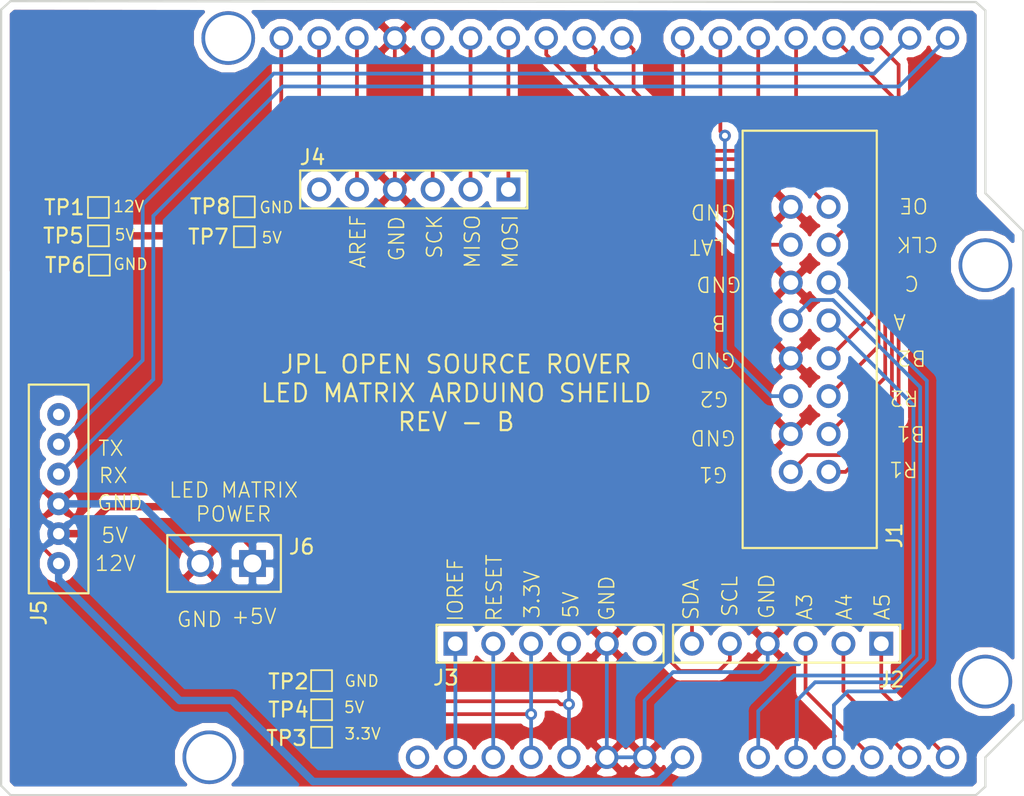
<source format=kicad_pcb>
(kicad_pcb (version 20171130) (host pcbnew "(5.1.0-0)")

  (general
    (thickness 1.6)
    (drawings 61)
    (tracks 169)
    (zones 0)
    (modules 15)
    (nets 35)
  )

  (page A4)
  (layers
    (0 F.Cu signal hide)
    (31 B.Cu signal hide)
    (32 B.Adhes user hide)
    (33 F.Adhes user hide)
    (34 B.Paste user hide)
    (35 F.Paste user hide)
    (36 B.SilkS user)
    (37 F.SilkS user)
    (38 B.Mask user)
    (39 F.Mask user)
    (40 Dwgs.User user)
    (41 Cmts.User user)
    (42 Eco1.User user)
    (43 Eco2.User user)
    (44 Edge.Cuts user)
    (45 Margin user)
    (46 B.CrtYd user)
    (47 F.CrtYd user hide)
    (48 B.Fab user)
    (49 F.Fab user hide)
  )

  (setup
    (last_trace_width 0.25)
    (trace_clearance 0.2)
    (zone_clearance 0.508)
    (zone_45_only no)
    (trace_min 0.2)
    (via_size 0.8)
    (via_drill 0.4)
    (via_min_size 0.4)
    (via_min_drill 0.3)
    (uvia_size 0.3)
    (uvia_drill 0.1)
    (uvias_allowed no)
    (uvia_min_size 0.2)
    (uvia_min_drill 0.1)
    (edge_width 0.15)
    (segment_width 0.2)
    (pcb_text_width 0.3)
    (pcb_text_size 1.5 1.5)
    (mod_edge_width 0.15)
    (mod_text_size 1 1)
    (mod_text_width 0.15)
    (pad_size 1.6 1.6)
    (pad_drill 1)
    (pad_to_mask_clearance 0.051)
    (solder_mask_min_width 0.25)
    (aux_axis_origin 0 0)
    (visible_elements 7FFFFFFF)
    (pcbplotparams
      (layerselection 0x010fc_ffffffff)
      (usegerberextensions false)
      (usegerberattributes false)
      (usegerberadvancedattributes false)
      (creategerberjobfile false)
      (excludeedgelayer true)
      (linewidth 0.100000)
      (plotframeref false)
      (viasonmask false)
      (mode 1)
      (useauxorigin false)
      (hpglpennumber 1)
      (hpglpenspeed 20)
      (hpglpendiameter 15.000000)
      (psnegative false)
      (psa4output false)
      (plotreference true)
      (plotvalue true)
      (plotinvisibletext false)
      (padsonsilk false)
      (subtractmaskfromsilk false)
      (outputformat 1)
      (mirror false)
      (drillshape 0)
      (scaleselection 1)
      (outputdirectory "GERBERS/REV-C/"))
  )

  (net 0 "")
  (net 1 /RX)
  (net 2 /TX)
  (net 3 /R1)
  (net 4 /G1)
  (net 5 /B1)
  (net 6 /R2)
  (net 7 /G2)
  (net 8 /B2)
  (net 9 /CLK)
  (net 10 /OE)
  (net 11 /LAT)
  (net 12 /MOSI)
  (net 13 /MISO)
  (net 14 /SCK)
  (net 15 GND)
  (net 16 /AREF)
  (net 17 /SDA)
  (net 18 /SCL)
  (net 19 /A5)
  (net 20 /A4)
  (net 21 /A3)
  (net 22 /C)
  (net 23 /B)
  (net 24 /A)
  (net 25 +12V)
  (net 26 /5V)
  (net 27 /3.3V)
  (net 28 /RESET)
  (net 29 /IOREF)
  (net 30 "Net-(A1-Pad31)")
  (net 31 "Net-(J3-Pad6)")
  (net 32 "Net-(J4-Pad6)")
  (net 33 +5V)
  (net 34 "Net-(J5-Pad6)")

  (net_class Default "This is the default net class."
    (clearance 0.2)
    (trace_width 0.25)
    (via_dia 0.8)
    (via_drill 0.4)
    (uvia_dia 0.3)
    (uvia_drill 0.1)
    (add_net +12V)
    (add_net +5V)
    (add_net /3.3V)
    (add_net /5V)
    (add_net /A)
    (add_net /A3)
    (add_net /A4)
    (add_net /A5)
    (add_net /AREF)
    (add_net /B)
    (add_net /B1)
    (add_net /B2)
    (add_net /C)
    (add_net /CLK)
    (add_net /G1)
    (add_net /G2)
    (add_net /IOREF)
    (add_net /LAT)
    (add_net /MISO)
    (add_net /MOSI)
    (add_net /OE)
    (add_net /R1)
    (add_net /R2)
    (add_net /RESET)
    (add_net /RX)
    (add_net /SCK)
    (add_net /SCL)
    (add_net /SDA)
    (add_net /TX)
    (add_net GND)
    (add_net "Net-(A1-Pad31)")
    (add_net "Net-(J3-Pad6)")
    (add_net "Net-(J4-Pad6)")
    (add_net "Net-(J5-Pad6)")
  )

  (module "JPL Robotics:455-1708-ND" (layer F.Cu) (tedit 5CA2B207) (tstamp 5CAF480A)
    (at 3.8608 -15.5448 90)
    (path /5CFE8BE4)
    (fp_text reference J5 (at -3.302 -1.3208 90) (layer F.SilkS)
      (effects (font (size 1 1) (thickness 0.15)))
    )
    (fp_text value 6posheader (at -4 -4 90) (layer F.Fab)
      (effects (font (size 1 1) (thickness 0.15)))
    )
    (fp_line (start -2 2) (end -2 -2) (layer F.SilkS) (width 0.15))
    (fp_line (start -2 -2) (end 12 -2) (layer F.SilkS) (width 0.15))
    (fp_line (start 12 -2) (end 12 2) (layer F.SilkS) (width 0.15))
    (fp_line (start 12 2) (end -2 2) (layer F.SilkS) (width 0.15))
    (pad 1 thru_hole circle (at 0 0 90) (size 1.524 1.524) (drill 0.762) (layers *.Cu *.Mask)
      (net 25 +12V))
    (pad 2 thru_hole circle (at 2 0 90) (size 1.524 1.524) (drill 0.762) (layers *.Cu *.Mask)
      (net 33 +5V))
    (pad 3 thru_hole circle (at 4 0 90) (size 1.524 1.524) (drill 0.762) (layers *.Cu *.Mask)
      (net 15 GND))
    (pad 4 thru_hole circle (at 6 0 90) (size 1.524 1.524) (drill 0.762) (layers *.Cu *.Mask)
      (net 1 /RX))
    (pad 5 thru_hole circle (at 8 0 90) (size 1.524 1.524) (drill 0.762) (layers *.Cu *.Mask)
      (net 2 /TX))
    (pad 6 thru_hole circle (at 10 0 90) (size 1.524 1.524) (drill 0.762) (layers *.Cu *.Mask)
      (net 34 "Net-(J5-Pad6)"))
  )

  (module TestPoint:TestPoint_Pad_1.0x1.0mm (layer F.Cu) (tedit 5A0F774F) (tstamp 5C8E1B1F)
    (at 16.319001 -39.469999)
    (descr "SMD rectangular pad as test Point, square 1.0mm side length")
    (tags "test point SMD pad rectangle square")
    (path /5D0C3643)
    (attr virtual)
    (fp_text reference TP8 (at -2.285501 -0.027001) (layer F.SilkS)
      (effects (font (size 1 1) (thickness 0.15)))
    )
    (fp_text value TestPoint (at 0 1.55) (layer F.Fab)
      (effects (font (size 1 1) (thickness 0.15)))
    )
    (fp_line (start 1 1) (end -1 1) (layer F.CrtYd) (width 0.05))
    (fp_line (start 1 1) (end 1 -1) (layer F.CrtYd) (width 0.05))
    (fp_line (start -1 -1) (end -1 1) (layer F.CrtYd) (width 0.05))
    (fp_line (start -1 -1) (end 1 -1) (layer F.CrtYd) (width 0.05))
    (fp_line (start -0.7 0.7) (end -0.7 -0.7) (layer F.SilkS) (width 0.12))
    (fp_line (start 0.7 0.7) (end -0.7 0.7) (layer F.SilkS) (width 0.12))
    (fp_line (start 0.7 -0.7) (end 0.7 0.7) (layer F.SilkS) (width 0.12))
    (fp_line (start -0.7 -0.7) (end 0.7 -0.7) (layer F.SilkS) (width 0.12))
    (fp_text user %R (at 0 -1.45) (layer F.Fab)
      (effects (font (size 1 1) (thickness 0.15)))
    )
    (pad 1 smd rect (at 0 0) (size 1 1) (layers F.Cu F.Mask)
      (net 15 GND))
  )

  (module TestPoint:TestPoint_Pad_1.0x1.0mm (layer F.Cu) (tedit 5A0F774F) (tstamp 5C8E2854)
    (at 16.3195 -37.465)
    (descr "SMD rectangular pad as test Point, square 1.0mm side length")
    (tags "test point SMD pad rectangle square")
    (path /5D0C06D0)
    (attr virtual)
    (fp_text reference TP7 (at -2.413 0) (layer F.SilkS)
      (effects (font (size 1 1) (thickness 0.15)))
    )
    (fp_text value TestPoint (at 0 1.55) (layer F.Fab)
      (effects (font (size 1 1) (thickness 0.15)))
    )
    (fp_line (start 1 1) (end -1 1) (layer F.CrtYd) (width 0.05))
    (fp_line (start 1 1) (end 1 -1) (layer F.CrtYd) (width 0.05))
    (fp_line (start -1 -1) (end -1 1) (layer F.CrtYd) (width 0.05))
    (fp_line (start -1 -1) (end 1 -1) (layer F.CrtYd) (width 0.05))
    (fp_line (start -0.7 0.7) (end -0.7 -0.7) (layer F.SilkS) (width 0.12))
    (fp_line (start 0.7 0.7) (end -0.7 0.7) (layer F.SilkS) (width 0.12))
    (fp_line (start 0.7 -0.7) (end 0.7 0.7) (layer F.SilkS) (width 0.12))
    (fp_line (start -0.7 -0.7) (end 0.7 -0.7) (layer F.SilkS) (width 0.12))
    (fp_text user %R (at 0 -1.45) (layer F.Fab)
      (effects (font (size 1 1) (thickness 0.15)))
    )
    (pad 1 smd rect (at 0 0) (size 1 1) (layers F.Cu F.Mask)
      (net 33 +5V))
  )

  (module TestPoint:TestPoint_Pad_1.0x1.0mm (layer F.Cu) (tedit 5A0F774F) (tstamp 5C8E1B03)
    (at 6.5913 -35.56)
    (descr "SMD rectangular pad as test Point, square 1.0mm side length")
    (tags "test point SMD pad rectangle square")
    (path /5D0CF60F)
    (attr virtual)
    (fp_text reference TP6 (at -2.286 0) (layer F.SilkS)
      (effects (font (size 1 1) (thickness 0.15)))
    )
    (fp_text value TestPoint (at 0 1.55) (layer F.Fab)
      (effects (font (size 1 1) (thickness 0.15)))
    )
    (fp_line (start 1 1) (end -1 1) (layer F.CrtYd) (width 0.05))
    (fp_line (start 1 1) (end 1 -1) (layer F.CrtYd) (width 0.05))
    (fp_line (start -1 -1) (end -1 1) (layer F.CrtYd) (width 0.05))
    (fp_line (start -1 -1) (end 1 -1) (layer F.CrtYd) (width 0.05))
    (fp_line (start -0.7 0.7) (end -0.7 -0.7) (layer F.SilkS) (width 0.12))
    (fp_line (start 0.7 0.7) (end -0.7 0.7) (layer F.SilkS) (width 0.12))
    (fp_line (start 0.7 -0.7) (end 0.7 0.7) (layer F.SilkS) (width 0.12))
    (fp_line (start -0.7 -0.7) (end 0.7 -0.7) (layer F.SilkS) (width 0.12))
    (fp_text user %R (at 0 -1.45) (layer F.Fab)
      (effects (font (size 1 1) (thickness 0.15)))
    )
    (pad 1 smd rect (at 0 0) (size 1 1) (layers F.Cu F.Mask)
      (net 15 GND))
  )

  (module TestPoint:TestPoint_Pad_1.0x1.0mm (layer F.Cu) (tedit 5A0F774F) (tstamp 5C8E1AF5)
    (at 6.5278 -37.5285)
    (descr "SMD rectangular pad as test Point, square 1.0mm side length")
    (tags "test point SMD pad rectangle square")
    (path /5D0CC5AB)
    (attr virtual)
    (fp_text reference TP5 (at -2.3495 0) (layer F.SilkS)
      (effects (font (size 1 1) (thickness 0.15)))
    )
    (fp_text value TestPoint (at 0 1.55) (layer F.Fab)
      (effects (font (size 1 1) (thickness 0.15)))
    )
    (fp_line (start 1 1) (end -1 1) (layer F.CrtYd) (width 0.05))
    (fp_line (start 1 1) (end 1 -1) (layer F.CrtYd) (width 0.05))
    (fp_line (start -1 -1) (end -1 1) (layer F.CrtYd) (width 0.05))
    (fp_line (start -1 -1) (end 1 -1) (layer F.CrtYd) (width 0.05))
    (fp_line (start -0.7 0.7) (end -0.7 -0.7) (layer F.SilkS) (width 0.12))
    (fp_line (start 0.7 0.7) (end -0.7 0.7) (layer F.SilkS) (width 0.12))
    (fp_line (start 0.7 -0.7) (end 0.7 0.7) (layer F.SilkS) (width 0.12))
    (fp_line (start -0.7 -0.7) (end 0.7 -0.7) (layer F.SilkS) (width 0.12))
    (fp_text user %R (at 0 -1.45) (layer F.Fab)
      (effects (font (size 1 1) (thickness 0.15)))
    )
    (pad 1 smd rect (at 0 0) (size 1 1) (layers F.Cu F.Mask)
      (net 33 +5V))
  )

  (module TestPoint:TestPoint_Pad_1.0x1.0mm (layer F.Cu) (tedit 5A0F774F) (tstamp 5C8E1AE7)
    (at 21.5011 -5.7277 90)
    (descr "SMD rectangular pad as test Point, square 1.0mm side length")
    (tags "test point SMD pad rectangle square")
    (path /5D0B4587)
    (attr virtual)
    (fp_text reference TP4 (at 0 -2.2225 180) (layer F.SilkS)
      (effects (font (size 1 1) (thickness 0.15)))
    )
    (fp_text value TestPoint (at 0 1.55 90) (layer F.Fab)
      (effects (font (size 1 1) (thickness 0.15)))
    )
    (fp_line (start 1 1) (end -1 1) (layer F.CrtYd) (width 0.05))
    (fp_line (start 1 1) (end 1 -1) (layer F.CrtYd) (width 0.05))
    (fp_line (start -1 -1) (end -1 1) (layer F.CrtYd) (width 0.05))
    (fp_line (start -1 -1) (end 1 -1) (layer F.CrtYd) (width 0.05))
    (fp_line (start -0.7 0.7) (end -0.7 -0.7) (layer F.SilkS) (width 0.12))
    (fp_line (start 0.7 0.7) (end -0.7 0.7) (layer F.SilkS) (width 0.12))
    (fp_line (start 0.7 -0.7) (end 0.7 0.7) (layer F.SilkS) (width 0.12))
    (fp_line (start -0.7 -0.7) (end 0.7 -0.7) (layer F.SilkS) (width 0.12))
    (fp_text user %R (at 0 -1.45 90) (layer F.Fab)
      (effects (font (size 1 1) (thickness 0.15)))
    )
    (pad 1 smd rect (at 0 0 90) (size 1 1) (layers F.Cu F.Mask)
      (net 26 /5V))
  )

  (module TestPoint:TestPoint_Pad_1.0x1.0mm (layer F.Cu) (tedit 5A0F774F) (tstamp 5C8E1AD9)
    (at 21.5011 -3.8862 90)
    (descr "SMD rectangular pad as test Point, square 1.0mm side length")
    (tags "test point SMD pad rectangle square")
    (path /5D0A28C7)
    (attr virtual)
    (fp_text reference TP3 (at -0.0635 -2.3495 180) (layer F.SilkS)
      (effects (font (size 1 1) (thickness 0.15)))
    )
    (fp_text value TestPoint (at 0 1.55 90) (layer F.Fab)
      (effects (font (size 1 1) (thickness 0.15)))
    )
    (fp_line (start 1 1) (end -1 1) (layer F.CrtYd) (width 0.05))
    (fp_line (start 1 1) (end 1 -1) (layer F.CrtYd) (width 0.05))
    (fp_line (start -1 -1) (end -1 1) (layer F.CrtYd) (width 0.05))
    (fp_line (start -1 -1) (end 1 -1) (layer F.CrtYd) (width 0.05))
    (fp_line (start -0.7 0.7) (end -0.7 -0.7) (layer F.SilkS) (width 0.12))
    (fp_line (start 0.7 0.7) (end -0.7 0.7) (layer F.SilkS) (width 0.12))
    (fp_line (start 0.7 -0.7) (end 0.7 0.7) (layer F.SilkS) (width 0.12))
    (fp_line (start -0.7 -0.7) (end 0.7 -0.7) (layer F.SilkS) (width 0.12))
    (fp_text user %R (at 0 -1.45 90) (layer F.Fab)
      (effects (font (size 1 1) (thickness 0.15)))
    )
    (pad 1 smd rect (at 0 0 90) (size 1 1) (layers F.Cu F.Mask)
      (net 27 /3.3V))
  )

  (module TestPoint:TestPoint_Pad_1.0x1.0mm (layer F.Cu) (tedit 5A0F774F) (tstamp 5C8E1ACB)
    (at 21.5011 -7.6835 90)
    (descr "SMD rectangular pad as test Point, square 1.0mm side length")
    (tags "test point SMD pad rectangle square")
    (path /5D087228)
    (attr virtual)
    (fp_text reference TP2 (at -0.0635 -2.2225 180) (layer F.SilkS)
      (effects (font (size 1 1) (thickness 0.15)))
    )
    (fp_text value TestPoint (at 0 1.55 90) (layer F.Fab)
      (effects (font (size 1 1) (thickness 0.15)))
    )
    (fp_line (start 1 1) (end -1 1) (layer F.CrtYd) (width 0.05))
    (fp_line (start 1 1) (end 1 -1) (layer F.CrtYd) (width 0.05))
    (fp_line (start -1 -1) (end -1 1) (layer F.CrtYd) (width 0.05))
    (fp_line (start -1 -1) (end 1 -1) (layer F.CrtYd) (width 0.05))
    (fp_line (start -0.7 0.7) (end -0.7 -0.7) (layer F.SilkS) (width 0.12))
    (fp_line (start 0.7 0.7) (end -0.7 0.7) (layer F.SilkS) (width 0.12))
    (fp_line (start 0.7 -0.7) (end 0.7 0.7) (layer F.SilkS) (width 0.12))
    (fp_line (start -0.7 -0.7) (end 0.7 -0.7) (layer F.SilkS) (width 0.12))
    (fp_text user %R (at 0 -1.45 90) (layer F.Fab)
      (effects (font (size 1 1) (thickness 0.15)))
    )
    (pad 1 smd rect (at 0 0 90) (size 1 1) (layers F.Cu F.Mask)
      (net 15 GND))
  )

  (module TestPoint:TestPoint_Pad_1.0x1.0mm (layer F.Cu) (tedit 5A0F774F) (tstamp 5C8E1ABD)
    (at 6.5278 -39.4335)
    (descr "SMD rectangular pad as test Point, square 1.0mm side length")
    (tags "test point SMD pad rectangle square")
    (path /5D084071)
    (attr virtual)
    (fp_text reference TP1 (at -2.286 0) (layer F.SilkS)
      (effects (font (size 1 1) (thickness 0.15)))
    )
    (fp_text value TestPoint (at 0 1.55) (layer F.Fab)
      (effects (font (size 1 1) (thickness 0.15)))
    )
    (fp_line (start 1 1) (end -1 1) (layer F.CrtYd) (width 0.05))
    (fp_line (start 1 1) (end 1 -1) (layer F.CrtYd) (width 0.05))
    (fp_line (start -1 -1) (end -1 1) (layer F.CrtYd) (width 0.05))
    (fp_line (start -1 -1) (end 1 -1) (layer F.CrtYd) (width 0.05))
    (fp_line (start -0.7 0.7) (end -0.7 -0.7) (layer F.SilkS) (width 0.12))
    (fp_line (start 0.7 0.7) (end -0.7 0.7) (layer F.SilkS) (width 0.12))
    (fp_line (start 0.7 -0.7) (end 0.7 0.7) (layer F.SilkS) (width 0.12))
    (fp_line (start -0.7 -0.7) (end 0.7 -0.7) (layer F.SilkS) (width 0.12))
    (fp_text user %R (at 0 -1.45) (layer F.Fab)
      (effects (font (size 1 1) (thickness 0.15)))
    )
    (pad 1 smd rect (at 0 0) (size 1 1) (layers F.Cu F.Mask)
      (net 25 +12V))
  )

  (module "JPL Robotics:Arduino Uno Sheild" (layer F.Cu) (tedit 5C5B8985) (tstamp 5C8DEF3B)
    (at 0 0)
    (path /5D0266BD)
    (fp_text reference A1 (at 2.54 -1.524) (layer F.SilkS) hide
      (effects (font (size 1 1) (thickness 0.15)))
    )
    (fp_text value Arduino_UNO_R3 (at 5.9055 1.905) (layer F.Fab)
      (effects (font (size 1 1) (thickness 0.15)))
    )
    (fp_line (start 66.04 -40.386) (end 68.58 -37.846) (layer F.CrtYd) (width 0.15))
    (fp_line (start 66.04 -53.34) (end 66.04 -40.386) (layer F.CrtYd) (width 0.15))
    (fp_line (start 66.04 -2.54) (end 68.58 -5.08) (layer F.CrtYd) (width 0.15))
    (fp_line (start 66.04 0) (end 66.04 -2.54) (layer F.CrtYd) (width 0.15))
    (fp_line (start 68.6 -5.08) (end 68.6 -37.846) (layer F.CrtYd) (width 0.15))
    (fp_line (start 0 -53.3) (end 66.04 -53.3) (layer F.CrtYd) (width 0.15))
    (fp_line (start 0 0) (end 0 -53.3) (layer F.CrtYd) (width 0.15))
    (fp_line (start 0 0) (end 66.04 0) (layer F.CrtYd) (width 0.15))
    (pad 31 thru_hole circle (at 27.94 -2.54) (size 1.56 1.56) (drill 1.02) (layers *.Cu *.Mask)
      (net 30 "Net-(A1-Pad31)"))
    (pad 20 thru_hole circle (at 30.48 -2.54) (size 1.56 1.56) (drill 1.02) (layers *.Cu *.Mask)
      (net 29 /IOREF))
    (pad 21 thru_hole circle (at 33.02 -2.54) (size 1.56 1.56) (drill 1.02) (layers *.Cu *.Mask)
      (net 28 /RESET))
    (pad 22 thru_hole circle (at 35.56 -2.54) (size 1.56 1.56) (drill 1.02) (layers *.Cu *.Mask)
      (net 27 /3.3V))
    (pad 23 thru_hole circle (at 38.1 -2.54) (size 1.56 1.56) (drill 1.02) (layers *.Cu *.Mask)
      (net 26 /5V))
    (pad 24 thru_hole circle (at 40.64 -2.54) (size 1.56 1.56) (drill 1.02) (layers *.Cu *.Mask)
      (net 15 GND))
    (pad 25 thru_hole circle (at 43.18 -2.54) (size 1.56 1.56) (drill 1.02) (layers *.Cu *.Mask)
      (net 15 GND))
    (pad 26 thru_hole circle (at 45.72 -2.54) (size 1.56 1.56) (drill 1.02) (layers *.Cu *.Mask)
      (net 25 +12V))
    (pad 14 thru_hole circle (at 50.8 -2.54) (size 1.56 1.56) (drill 1.02) (layers *.Cu *.Mask)
      (net 24 /A))
    (pad 15 thru_hole circle (at 53.34 -2.54) (size 1.56 1.56) (drill 1.02) (layers *.Cu *.Mask)
      (net 23 /B))
    (pad 16 thru_hole circle (at 55.88 -2.54) (size 1.56 1.56) (drill 1.02) (layers *.Cu *.Mask)
      (net 22 /C))
    (pad 17 thru_hole circle (at 58.42 -2.54) (size 1.56 1.56) (drill 1.02) (layers *.Cu *.Mask)
      (net 21 /A3))
    (pad 18 thru_hole circle (at 60.96 -2.54) (size 1.56 1.56) (drill 1.02) (layers *.Cu *.Mask)
      (net 20 /A4))
    (pad 19 thru_hole circle (at 63.5 -2.54) (size 1.56 1.56) (drill 1.02) (layers *.Cu *.Mask)
      (net 19 /A5))
    (pad 30 thru_hole circle (at 18.796 -50.8) (size 1.56 1.56) (drill 1.02) (layers *.Cu *.Mask)
      (net 18 /SCL))
    (pad 29 thru_hole circle (at 21.336 -50.8) (size 1.56 1.56) (drill 1.02) (layers *.Cu *.Mask)
      (net 17 /SDA))
    (pad 28 thru_hole circle (at 23.876 -50.8) (size 1.56 1.56) (drill 1.02) (layers *.Cu *.Mask)
      (net 16 /AREF))
    (pad 27 thru_hole circle (at 26.416 -50.8) (size 1.56 1.56) (drill 1.02) (layers *.Cu *.Mask)
      (net 15 GND))
    (pad 13 thru_hole circle (at 28.956 -50.8) (size 1.56 1.56) (drill 1.02) (layers *.Cu *.Mask)
      (net 14 /SCK))
    (pad 12 thru_hole circle (at 31.496 -50.8) (size 1.56 1.56) (drill 1.02) (layers *.Cu *.Mask)
      (net 13 /MISO))
    (pad 11 thru_hole circle (at 34.036 -50.8) (size 1.56 1.56) (drill 1.02) (layers *.Cu *.Mask)
      (net 12 /MOSI))
    (pad 10 thru_hole circle (at 36.576 -50.8) (size 1.56 1.56) (drill 1.02) (layers *.Cu *.Mask)
      (net 11 /LAT))
    (pad 9 thru_hole circle (at 39.116 -50.8) (size 1.56 1.56) (drill 1.02) (layers *.Cu *.Mask)
      (net 10 /OE))
    (pad 8 thru_hole circle (at 41.656 -50.8) (size 1.56 1.56) (drill 1.02) (layers *.Cu *.Mask)
      (net 9 /CLK))
    (pad 7 thru_hole circle (at 45.72 -50.8) (size 1.56 1.56) (drill 1.02) (layers *.Cu *.Mask)
      (net 8 /B2))
    (pad 6 thru_hole circle (at 48.26 -50.8) (size 1.56 1.56) (drill 1.02) (layers *.Cu *.Mask)
      (net 7 /G2))
    (pad 5 thru_hole circle (at 50.8 -50.8) (size 1.56 1.56) (drill 1.02) (layers *.Cu *.Mask)
      (net 6 /R2))
    (pad 4 thru_hole circle (at 53.34 -50.8) (size 1.56 1.56) (drill 1.02) (layers *.Cu *.Mask)
      (net 5 /B1))
    (pad 3 thru_hole circle (at 55.88 -50.8) (size 1.56 1.56) (drill 1.02) (layers *.Cu *.Mask)
      (net 4 /G1))
    (pad 2 thru_hole circle (at 58.42 -50.8) (size 1.56 1.56) (drill 1.02) (layers *.Cu *.Mask)
      (net 3 /R1))
    (pad 1 thru_hole circle (at 60.96 -50.8) (size 1.56 1.56) (drill 1.02) (layers *.Cu *.Mask)
      (net 2 /TX))
    (pad 0 thru_hole circle (at 63.5 -50.8) (size 1.56 1.56) (drill 1.02) (layers *.Cu *.Mask)
      (net 1 /RX))
    (pad "" np_thru_hole circle (at 15.24 -50.8) (size 3.6 3.6) (drill 3.1) (layers *.Cu *.Mask))
    (pad "" np_thru_hole circle (at 66.04 -35.56) (size 3.6 3.6) (drill 3.1) (layers *.Cu *.Mask))
    (pad "" np_thru_hole circle (at 66.04 -7.62) (size 3.6 3.6) (drill 3.1) (layers *.Cu *.Mask))
    (pad "" np_thru_hole circle (at 13.97 -2.54) (size 3.6 3.6) (drill 3.1) (layers *.Cu *.Mask))
  )

  (module "JPL Robotics:16 pos 3M connector" (layer F.Cu) (tedit 5D02C127) (tstamp 5CA266AC)
    (at 54.2544 -30.5816 90)
    (path /5D03196E)
    (fp_text reference J1 (at -13.1572 5.6896 90) (layer F.SilkS)
      (effects (font (size 1 1) (thickness 0.15)))
    )
    (fp_text value ED10523-ND (at -5.08 -5.08 90) (layer F.Fab)
      (effects (font (size 1 1) (thickness 0.15)))
    )
    (fp_line (start -14 4.5) (end 14 4.5) (layer F.SilkS) (width 0.15))
    (fp_line (start 14 4.5) (end 14 -4.5) (layer F.SilkS) (width 0.15))
    (fp_line (start 14 -4.5) (end -14 -4.5) (layer F.SilkS) (width 0.15))
    (fp_line (start -14 -4.5) (end -14 4.5) (layer F.SilkS) (width 0.15))
    (pad 1 thru_hole circle (at -8.89 1.27 90) (size 1.6 1.6) (drill 1) (layers *.Cu *.Mask)
      (net 3 /R1))
    (pad 2 thru_hole circle (at -8.89 -1.27 90) (size 1.6 1.6) (drill 1) (layers *.Cu *.Mask)
      (net 4 /G1))
    (pad 3 thru_hole circle (at -6.35 1.27 90) (size 1.6 1.6) (drill 1) (layers *.Cu *.Mask)
      (net 5 /B1))
    (pad 4 thru_hole circle (at -6.35 -1.27 90) (size 1.6 1.6) (drill 1) (layers *.Cu *.Mask)
      (net 15 GND))
    (pad 5 thru_hole circle (at -3.81 1.27 90) (size 1.6 1.6) (drill 1) (layers *.Cu *.Mask)
      (net 6 /R2))
    (pad 6 thru_hole circle (at -3.81 -1.27 90) (size 1.6 1.6) (drill 1) (layers *.Cu *.Mask)
      (net 7 /G2))
    (pad 7 thru_hole circle (at -1.27 1.27 90) (size 1.6 1.6) (drill 1) (layers *.Cu *.Mask)
      (net 8 /B2))
    (pad 8 thru_hole circle (at -1.27 -1.27 90) (size 1.6 1.6) (drill 1) (layers *.Cu *.Mask)
      (net 15 GND))
    (pad 9 thru_hole circle (at 1.27 1.27 90) (size 1.6 1.6) (drill 1) (layers *.Cu *.Mask)
      (net 24 /A))
    (pad 10 thru_hole circle (at 1.27 -1.27 90) (size 1.6 1.6) (drill 1) (layers *.Cu *.Mask)
      (net 23 /B))
    (pad 11 thru_hole circle (at 3.81 1.27 90) (size 1.6 1.6) (drill 1) (layers *.Cu *.Mask)
      (net 22 /C))
    (pad 12 thru_hole circle (at 3.81 -1.27 90) (size 1.6 1.6) (drill 1) (layers *.Cu *.Mask)
      (net 15 GND))
    (pad 13 thru_hole circle (at 6.35 1.27 90) (size 1.6 1.6) (drill 1) (layers *.Cu *.Mask)
      (net 9 /CLK))
    (pad 14 thru_hole circle (at 6.35 -1.27 90) (size 1.6 1.6) (drill 1) (layers *.Cu *.Mask)
      (net 11 /LAT))
    (pad 15 thru_hole circle (at 8.89 1.27 90) (size 1.6 1.6) (drill 1) (layers *.Cu *.Mask)
      (net 10 /OE))
    (pad 16 thru_hole circle (at 8.89 -1.27 90) (size 1.6 1.6) (drill 1) (layers *.Cu *.Mask)
      (net 15 GND))
  )

  (module "JPL Robotics:6 pos header pin" (layer F.Cu) (tedit 5C23E27E) (tstamp 5C8DEF61)
    (at 59.055 -10.16 180)
    (path /5D037B9E)
    (fp_text reference J2 (at -0.6985 -2.413 180) (layer F.SilkS)
      (effects (font (size 1 1) (thickness 0.15)))
    )
    (fp_text value 6posheader (at -6.35 -5.08 180) (layer F.Fab) hide
      (effects (font (size 1 1) (thickness 0.15)))
    )
    (fp_line (start 13.97 1.27) (end -1.27 1.27) (layer F.SilkS) (width 0.15))
    (fp_line (start 13.97 -1.27) (end 13.97 1.27) (layer F.SilkS) (width 0.15))
    (fp_line (start -1.27 -1.27) (end 13.97 -1.27) (layer F.SilkS) (width 0.15))
    (fp_line (start -1.27 1.27) (end -1.27 -1.27) (layer F.SilkS) (width 0.15))
    (pad 6 thru_hole circle (at 12.7 0 180) (size 1.6 1.6) (drill 1) (layers *.Cu *.Mask)
      (net 17 /SDA))
    (pad 5 thru_hole circle (at 10.16 0 180) (size 1.6 1.6) (drill 1) (layers *.Cu *.Mask)
      (net 18 /SCL))
    (pad 4 thru_hole circle (at 7.62 0 180) (size 1.6 1.6) (drill 1) (layers *.Cu *.Mask)
      (net 15 GND))
    (pad 3 thru_hole circle (at 5.08 0 180) (size 1.6 1.6) (drill 1) (layers *.Cu *.Mask)
      (net 21 /A3))
    (pad 2 thru_hole circle (at 2.54 0 180) (size 1.6 1.6) (drill 1) (layers *.Cu *.Mask)
      (net 20 /A4))
    (pad 1 thru_hole rect (at 0 0 180) (size 1.6 1.6) (drill 1) (layers *.Cu *.Mask)
      (net 19 /A5))
  )

  (module "JPL Robotics:6 pos header pin" (layer F.Cu) (tedit 5C23E27E) (tstamp 5C8DEF6F)
    (at 30.48 -10.16)
    (path /5D04118C)
    (fp_text reference J3 (at -0.635 2.286) (layer F.SilkS)
      (effects (font (size 1 1) (thickness 0.15)))
    )
    (fp_text value 6posheader (at -6.35 -5.08) (layer F.Fab) hide
      (effects (font (size 1 1) (thickness 0.15)))
    )
    (fp_line (start 13.97 1.27) (end -1.27 1.27) (layer F.SilkS) (width 0.15))
    (fp_line (start 13.97 -1.27) (end 13.97 1.27) (layer F.SilkS) (width 0.15))
    (fp_line (start -1.27 -1.27) (end 13.97 -1.27) (layer F.SilkS) (width 0.15))
    (fp_line (start -1.27 1.27) (end -1.27 -1.27) (layer F.SilkS) (width 0.15))
    (pad 6 thru_hole circle (at 12.7 0) (size 1.6 1.6) (drill 1) (layers *.Cu *.Mask)
      (net 31 "Net-(J3-Pad6)"))
    (pad 5 thru_hole circle (at 10.16 0) (size 1.6 1.6) (drill 1) (layers *.Cu *.Mask)
      (net 15 GND))
    (pad 4 thru_hole circle (at 7.62 0) (size 1.6 1.6) (drill 1) (layers *.Cu *.Mask)
      (net 26 /5V))
    (pad 3 thru_hole circle (at 5.08 0) (size 1.6 1.6) (drill 1) (layers *.Cu *.Mask)
      (net 27 /3.3V))
    (pad 2 thru_hole circle (at 2.54 0) (size 1.6 1.6) (drill 1) (layers *.Cu *.Mask)
      (net 28 /RESET))
    (pad 1 thru_hole rect (at 0 0) (size 1.6 1.6) (drill 1) (layers *.Cu *.Mask)
      (net 29 /IOREF))
  )

  (module "JPL Robotics:6 pos header pin" (layer F.Cu) (tedit 5C23E27E) (tstamp 5C8DEF7D)
    (at 34.036 -40.64 180)
    (path /5D0426DF)
    (fp_text reference J4 (at 13.1445 2.159 180) (layer F.SilkS)
      (effects (font (size 1 1) (thickness 0.15)))
    )
    (fp_text value 6posheader (at -6.35 -5.08 180) (layer F.Fab) hide
      (effects (font (size 1 1) (thickness 0.15)))
    )
    (fp_line (start 13.97 1.27) (end -1.27 1.27) (layer F.SilkS) (width 0.15))
    (fp_line (start 13.97 -1.27) (end 13.97 1.27) (layer F.SilkS) (width 0.15))
    (fp_line (start -1.27 -1.27) (end 13.97 -1.27) (layer F.SilkS) (width 0.15))
    (fp_line (start -1.27 1.27) (end -1.27 -1.27) (layer F.SilkS) (width 0.15))
    (pad 6 thru_hole circle (at 12.7 0 180) (size 1.6 1.6) (drill 1) (layers *.Cu *.Mask)
      (net 32 "Net-(J4-Pad6)"))
    (pad 5 thru_hole circle (at 10.16 0 180) (size 1.6 1.6) (drill 1) (layers *.Cu *.Mask)
      (net 16 /AREF))
    (pad 4 thru_hole circle (at 7.62 0 180) (size 1.6 1.6) (drill 1) (layers *.Cu *.Mask)
      (net 15 GND))
    (pad 3 thru_hole circle (at 5.08 0 180) (size 1.6 1.6) (drill 1) (layers *.Cu *.Mask)
      (net 14 /SCK))
    (pad 2 thru_hole circle (at 2.54 0 180) (size 1.6 1.6) (drill 1) (layers *.Cu *.Mask)
      (net 13 /MISO))
    (pad 1 thru_hole rect (at 0 0 180) (size 1.6 1.6) (drill 1) (layers *.Cu *.Mask)
      (net 12 /MOSI))
  )

  (module "JPL Robotics:ED1501-ND" (layer F.Cu) (tedit 5C250AA9) (tstamp 5C8E0E1B)
    (at 16.8656 -15.5448 180)
    (path /5D02F3BE)
    (fp_text reference J6 (at -3.302 1.1176 180) (layer F.SilkS)
      (effects (font (size 1 1) (thickness 0.15)))
    )
    (fp_text value ED2580-ND (at -3.81 -3.81 180) (layer F.Fab)
      (effects (font (size 1 1) (thickness 0.15)))
    )
    (fp_line (start -1.905 -1.905) (end -1.905 1.905) (layer F.SilkS) (width 0.15))
    (fp_line (start 5.715 -1.905) (end -1.905 -1.905) (layer F.SilkS) (width 0.15))
    (fp_line (start 5.715 1.905) (end 5.715 -1.905) (layer F.SilkS) (width 0.15))
    (fp_line (start -1.905 1.905) (end 5.715 1.905) (layer F.SilkS) (width 0.15))
    (pad 2 thru_hole circle (at 3.5 0 180) (size 1.8 1.8) (drill 1.2) (layers *.Cu *.Mask)
      (net 15 GND))
    (pad 1 thru_hole rect (at 0 0 180) (size 1.8 1.8) (drill 1.2) (layers *.Cu *.Mask)
      (net 33 +5V))
  )

  (gr_text GND (at 18.4785 -39.4335) (layer F.SilkS) (tstamp 5C8E2B68)
    (effects (font (size 0.75 0.75) (thickness 0.1)))
  )
  (gr_text 5V (at 18.161 -37.4015) (layer F.SilkS) (tstamp 5C8E2B68)
    (effects (font (size 0.75 0.75) (thickness 0.1)))
  )
  (gr_text GND (at 24.1935 -7.6581) (layer F.SilkS) (tstamp 5C8E2B2D)
    (effects (font (size 0.75 0.75) (thickness 0.1)))
  )
  (gr_text 3.3V (at 24.257 -4.1148) (layer F.SilkS) (tstamp 5C8E2B2D)
    (effects (font (size 0.75 0.75) (thickness 0.1)))
  )
  (gr_text 5V (at 23.6855 -5.8928) (layer F.SilkS) (tstamp 5C8E2B2D)
    (effects (font (size 0.75 0.75) (thickness 0.1)))
  )
  (gr_text GND (at 8.6868 -35.6235) (layer F.SilkS) (tstamp 5C8E2B2D)
    (effects (font (size 0.75 0.75) (thickness 0.1)))
  )
  (gr_text 5V (at 8.3058 -37.592) (layer F.SilkS) (tstamp 5C8E2B2D)
    (effects (font (size 0.75 0.75) (thickness 0.1)))
  )
  (gr_text 12V (at 8.5598 -39.497) (layer F.SilkS) (tstamp 5C8E2A67)
    (effects (font (size 0.75 0.75) (thickness 0.1)))
  )
  (gr_line (start 65.405 0) (end 0.635 0) (layer Edge.Cuts) (width 0.15))
  (gr_line (start 66.04 -0.5715) (end 65.405 0) (layer Edge.Cuts) (width 0.15))
  (gr_line (start 66.04 -2.54) (end 66.04 -0.5715) (layer Edge.Cuts) (width 0.15))
  (gr_line (start 68.58 -5.08) (end 66.04 -2.54) (layer Edge.Cuts) (width 0.15))
  (gr_line (start 68.58 -37.846) (end 68.58 -5.08) (layer Edge.Cuts) (width 0.15))
  (gr_line (start 66.04 -40.386) (end 68.58 -37.846) (layer Edge.Cuts) (width 0.15))
  (gr_line (start 66.04 -52.6415) (end 66.04 -40.386) (layer Edge.Cuts) (width 0.15))
  (gr_line (start 65.405 -53.213) (end 66.04 -52.6415) (layer Edge.Cuts) (width 0.15))
  (gr_line (start 0.635 -53.2765) (end 65.405 -53.213) (layer Edge.Cuts) (width 0.15))
  (gr_line (start 0 -52.705) (end 0.635 -53.2765) (layer Edge.Cuts) (width 0.15))
  (gr_line (start 0 -0.635) (end 0 -52.705) (layer Edge.Cuts) (width 0.15))
  (gr_line (start 0.635 0) (end 0 -0.635) (layer Edge.Cuts) (width 0.15))
  (gr_text GND (at 13.3096 -11.7856) (layer F.SilkS)
    (effects (font (size 1 1) (thickness 0.1)))
  )
  (gr_text +5V (at 16.9672 -11.9888) (layer F.SilkS) (tstamp 5C8E0E2E)
    (effects (font (size 1 1) (thickness 0.1)))
  )
  (gr_text "LED MATRIX\nPOWER" (at 15.5956 -19.6596) (layer F.SilkS) (tstamp 5C8E0E31)
    (effects (font (size 1 1) (thickness 0.1)))
  )
  (gr_text RX (at 7.5184 -21.4376) (layer F.SilkS) (tstamp 5C8E069F)
    (effects (font (size 1 1) (thickness 0.1)))
  )
  (gr_text 5V (at 7.62 -17.4244) (layer F.SilkS) (tstamp 5C8E069F)
    (effects (font (size 1 1) (thickness 0.1)))
  )
  (gr_text 12V (at 7.6708 -15.5448) (layer F.SilkS) (tstamp 5C8E069F)
    (effects (font (size 1 1) (thickness 0.1)))
  )
  (gr_text GND (at 7.9756 -19.6088) (layer F.SilkS) (tstamp 5C8E069F)
    (effects (font (size 1 1) (thickness 0.1)))
  )
  (gr_text TX (at 7.366 -23.2664) (layer F.SilkS) (tstamp 5C8E069F)
    (effects (font (size 1 1) (thickness 0.1)))
  )
  (gr_text A5 (at 59.1185 -12.6365 90) (layer F.SilkS) (tstamp 5C8E069F)
    (effects (font (size 1 1) (thickness 0.1)))
  )
  (gr_text A4 (at 56.5785 -12.6365 90) (layer F.SilkS) (tstamp 5C8E069F)
    (effects (font (size 1 1) (thickness 0.1)))
  )
  (gr_text A3 (at 53.9115 -12.6365 90) (layer F.SilkS) (tstamp 5C8E069F)
    (effects (font (size 1 1) (thickness 0.1)))
  )
  (gr_text GND (at 51.3715 -13.335 90) (layer F.SilkS) (tstamp 5C8E069F)
    (effects (font (size 1 1) (thickness 0.1)))
  )
  (gr_text SCL (at 48.895 -13.335 90) (layer F.SilkS) (tstamp 5C8E069F)
    (effects (font (size 1 1) (thickness 0.1)))
  )
  (gr_text SDA (at 46.2915 -13.1445 90) (layer F.SilkS) (tstamp 5C8E069F)
    (effects (font (size 1 1) (thickness 0.1)))
  )
  (gr_text GND (at 40.64 -13.208 90) (layer F.SilkS) (tstamp 5C8E069F)
    (effects (font (size 1 1) (thickness 0.1)))
  )
  (gr_text 5V (at 38.227 -12.7635 90) (layer F.SilkS) (tstamp 5C8E069F)
    (effects (font (size 1 1) (thickness 0.1)))
  )
  (gr_text 3.3V (at 35.6235 -13.462 90) (layer F.SilkS) (tstamp 5C8E069F)
    (effects (font (size 1 1) (thickness 0.1)))
  )
  (gr_text RESET (at 33.0835 -13.9065 90) (layer F.SilkS) (tstamp 5C8E069F)
    (effects (font (size 1 1) (thickness 0.1)))
  )
  (gr_text IOREF (at 30.48 -13.7795 90) (layer F.SilkS) (tstamp 5C8E069F)
    (effects (font (size 1 1) (thickness 0.1)))
  )
  (gr_text GND (at 47.789391 -39.136423 180) (layer F.SilkS) (tstamp 5C8E069F)
    (effects (font (size 1 1) (thickness 0.1)))
  )
  (gr_text LAT (at 47.3964 -36.7792 180) (layer F.SilkS) (tstamp 5C8E069F)
    (effects (font (size 1 1) (thickness 0.1)))
  )
  (gr_text GND (at 48.157691 -34.285023 180) (layer F.SilkS) (tstamp 5C8E069F)
    (effects (font (size 1 1) (thickness 0.1)))
  )
  (gr_text B (at 48.157691 -31.681523 180) (layer F.SilkS) (tstamp 5C8E069F)
    (effects (font (size 1 1) (thickness 0.1)))
  )
  (gr_text GND (at 47.776691 -29.192323 180) (layer F.SilkS) (tstamp 5C8E069F)
    (effects (font (size 1 1) (thickness 0.1)))
  )
  (gr_text G2 (at 47.840191 -26.588823 180) (layer F.SilkS) (tstamp 5C8E069F)
    (effects (font (size 1 1) (thickness 0.1)))
  )
  (gr_text GND (at 47.776691 -23.985323 180) (layer F.SilkS) (tstamp 5C8E069F)
    (effects (font (size 1 1) (thickness 0.1)))
  )
  (gr_text G1 (at 47.776691 -21.508823 180) (layer F.SilkS) (tstamp 5C8E069F)
    (effects (font (size 1 1) (thickness 0.1)))
  )
  (gr_text OE (at 61.225991 -39.555523 180) (layer F.SilkS) (tstamp 5C8E069F)
    (effects (font (size 1 1) (thickness 0.1)))
  )
  (gr_text CLK (at 61.479991 -36.952023 180) (layer F.SilkS) (tstamp 5C8E069F)
    (effects (font (size 1 1) (thickness 0.1)))
  )
  (gr_text C (at 61.098991 -34.348523 180) (layer F.SilkS) (tstamp 5C8E069F)
    (effects (font (size 1 1) (thickness 0.1)))
  )
  (gr_text A (at 60.286191 -31.770423 180) (layer F.SilkS) (tstamp 5C8E069F)
    (effects (font (size 1 1) (thickness 0.1)))
  )
  (gr_text B2 (at 61.098991 -29.332023 180) (layer F.SilkS) (tstamp 5C8E069F)
    (effects (font (size 1 1) (thickness 0.1)))
  )
  (gr_text R2 (at 60.590991 -26.639623 180) (layer F.SilkS) (tstamp 5C8E069F)
    (effects (font (size 1 1) (thickness 0.1)))
  )
  (gr_text B1 (at 61.035491 -24.252023 180) (layer F.SilkS) (tstamp 5C8E069F)
    (effects (font (size 1 1) (thickness 0.1)))
  )
  (gr_text R1 (at 60.540191 -21.864423 180) (layer F.SilkS) (tstamp 5C8E069F)
    (effects (font (size 1 1) (thickness 0.1)))
  )
  (gr_text MOSI (at 34.163 -37.1475 90) (layer F.SilkS) (tstamp 5C8E069F)
    (effects (font (size 1 1) (thickness 0.1)))
  )
  (gr_text MISO (at 31.623 -37.1475 90) (layer F.SilkS) (tstamp 5C8E069F)
    (effects (font (size 1 1) (thickness 0.1)))
  )
  (gr_text SCK (at 29.083 -37.465 90) (layer F.SilkS) (tstamp 5C8E069F)
    (effects (font (size 1 1) (thickness 0.1)))
  )
  (gr_text GND (at 26.543 -37.338 90) (layer F.SilkS) (tstamp 5C8E069F)
    (effects (font (size 1 1) (thickness 0.1)))
  )
  (gr_text AREF (at 23.9395 -37.1475 90) (layer F.SilkS)
    (effects (font (size 1 1) (thickness 0.1)))
  )
  (gr_text "JPL OPEN SOURCE ROVER\nLED MATRIX ARDUINO SHEILD\nREV - B" (at 30.5308 -26.9748) (layer F.SilkS)
    (effects (font (size 1.2 1.2) (thickness 0.15)))
  )

  (segment (start 63.5 -50.8) (end 60.2488 -47.5488) (width 0.25) (layer B.Cu) (net 1))
  (segment (start 60.2488 -47.5488) (end 18.8976 -47.5488) (width 0.25) (layer B.Cu) (net 1))
  (segment (start 18.8976 -47.5488) (end 10.2108 -38.862) (width 0.25) (layer B.Cu) (net 1))
  (segment (start 10.2108 -27.8948) (end 3.8608 -21.5448) (width 0.25) (layer B.Cu) (net 1))
  (segment (start 10.2108 -38.862) (end 10.2108 -27.8948) (width 0.25) (layer B.Cu) (net 1))
  (segment (start 58.5724 -48.4124) (end 18.288 -48.4124) (width 0.25) (layer B.Cu) (net 2))
  (segment (start 60.96 -50.8) (end 58.5724 -48.4124) (width 0.25) (layer B.Cu) (net 2))
  (segment (start 18.288 -48.4124) (end 9.4996 -39.624) (width 0.25) (layer B.Cu) (net 2))
  (segment (start 9.4996 -29.1836) (end 3.8608 -23.5448) (width 0.25) (layer B.Cu) (net 2))
  (segment (start 9.4996 -39.624) (end 9.4996 -29.1836) (width 0.25) (layer B.Cu) (net 2))
  (segment (start 56.65577 -21.6916) (end 55.5244 -21.6916) (width 0.25) (layer F.Cu) (net 3))
  (segment (start 60.220038 -25.255868) (end 56.65577 -21.6916) (width 0.25) (layer F.Cu) (net 3))
  (segment (start 60.220038 -48.999962) (end 60.220038 -25.255868) (width 0.25) (layer F.Cu) (net 3))
  (segment (start 58.42 -50.8) (end 60.220038 -48.999962) (width 0.25) (layer F.Cu) (net 3))
  (segment (start 59.770029 -46.909971) (end 59.770029 -26.292829) (width 0.25) (layer F.Cu) (net 4))
  (segment (start 55.88 -50.8) (end 59.770029 -46.909971) (width 0.25) (layer F.Cu) (net 4))
  (segment (start 53.784399 -22.491599) (end 52.9844 -21.6916) (width 0.25) (layer F.Cu) (net 4))
  (segment (start 54.109401 -22.816601) (end 53.784399 -22.491599) (width 0.25) (layer F.Cu) (net 4))
  (segment (start 56.293801 -22.816601) (end 54.109401 -22.816601) (width 0.25) (layer F.Cu) (net 4))
  (segment (start 59.770029 -26.292829) (end 56.293801 -22.816601) (width 0.25) (layer F.Cu) (net 4))
  (segment (start 53.34 -50.8) (end 53.34 -45.466) (width 0.25) (layer F.Cu) (net 5))
  (segment (start 54.66799 -44.13801) (end 56.29359 -44.13801) (width 0.25) (layer F.Cu) (net 5))
  (segment (start 53.34 -45.466) (end 54.66799 -44.13801) (width 0.25) (layer F.Cu) (net 5))
  (segment (start 56.324399 -25.031599) (end 55.5244 -24.2316) (width 0.25) (layer F.Cu) (net 5))
  (segment (start 59.32002 -28.02722) (end 56.324399 -25.031599) (width 0.25) (layer F.Cu) (net 5))
  (segment (start 59.32002 -41.11158) (end 59.32002 -28.02722) (width 0.25) (layer F.Cu) (net 5))
  (segment (start 56.29359 -44.13801) (end 59.32002 -41.11158) (width 0.25) (layer F.Cu) (net 5))
  (segment (start 56.324399 -27.571599) (end 55.5244 -26.7716) (width 0.25) (layer F.Cu) (net 6))
  (segment (start 50.8 -44.704) (end 51.82319 -43.68081) (width 0.25) (layer F.Cu) (net 6))
  (segment (start 51.82319 -43.68081) (end 51.83038 -43.688) (width 0.25) (layer F.Cu) (net 6))
  (segment (start 58.87001 -30.11721) (end 56.324399 -27.571599) (width 0.25) (layer F.Cu) (net 6))
  (segment (start 51.83038 -43.688) (end 56.08602 -43.688) (width 0.25) (layer F.Cu) (net 6))
  (segment (start 56.08602 -43.688) (end 58.87001 -40.90401) (width 0.25) (layer F.Cu) (net 6))
  (segment (start 50.8 -50.8) (end 50.8 -44.704) (width 0.25) (layer F.Cu) (net 6))
  (segment (start 58.87001 -40.90401) (end 58.87001 -30.11721) (width 0.25) (layer F.Cu) (net 6))
  (via (at 48.5648 -44.2468) (size 0.8) (drill 0.4) (layers F.Cu B.Cu) (net 7))
  (segment (start 48.26 -50.8) (end 48.26 -44.5516) (width 0.25) (layer F.Cu) (net 7))
  (segment (start 48.26 -44.5516) (end 48.5648 -44.2468) (width 0.25) (layer F.Cu) (net 7))
  (segment (start 48.5648 -44.2468) (end 48.5648 -29.8704) (width 0.25) (layer B.Cu) (net 7))
  (segment (start 51.6636 -26.7716) (end 52.9844 -26.7716) (width 0.25) (layer B.Cu) (net 7))
  (segment (start 48.5648 -29.8704) (end 51.6636 -26.7716) (width 0.25) (layer B.Cu) (net 7))
  (segment (start 45.72 -49.696914) (end 45.7708 -49.646114) (width 0.25) (layer F.Cu) (net 8))
  (segment (start 45.72 -50.8) (end 45.72 -49.696914) (width 0.25) (layer F.Cu) (net 8))
  (segment (start 45.7708 -49.646114) (end 45.7708 -44.704) (width 0.25) (layer F.Cu) (net 8))
  (segment (start 45.7708 -44.704) (end 47.244 -43.2308) (width 0.25) (layer F.Cu) (net 8))
  (segment (start 55.90681 -43.2308) (end 58.42 -40.71761) (width 0.25) (layer F.Cu) (net 8))
  (segment (start 47.244 -43.2308) (end 55.90681 -43.2308) (width 0.25) (layer F.Cu) (net 8))
  (segment (start 58.42 -32.2072) (end 55.5244 -29.3116) (width 0.25) (layer F.Cu) (net 8))
  (segment (start 58.42 -40.71761) (end 58.42 -32.2072) (width 0.25) (layer F.Cu) (net 8))
  (segment (start 42.435999 -50.020001) (end 42.435999 -47.276801) (width 0.25) (layer F.Cu) (net 9))
  (segment (start 41.656 -50.8) (end 42.435999 -50.020001) (width 0.25) (layer F.Cu) (net 9))
  (segment (start 42.435999 -47.276801) (end 47.0408 -42.672) (width 0.25) (layer F.Cu) (net 9))
  (segment (start 47.0408 -42.672) (end 55.8292 -42.672) (width 0.25) (layer F.Cu) (net 9))
  (segment (start 55.8292 -42.672) (end 57.8104 -40.6908) (width 0.25) (layer F.Cu) (net 9))
  (segment (start 57.8104 -39.2176) (end 55.5244 -36.9316) (width 0.25) (layer F.Cu) (net 9))
  (segment (start 57.8104 -40.6908) (end 57.8104 -39.2176) (width 0.25) (layer F.Cu) (net 9))
  (segment (start 39.895999 -50.020001) (end 39.895999 -48.750001) (width 0.25) (layer F.Cu) (net 10))
  (segment (start 39.116 -50.8) (end 39.895999 -50.020001) (width 0.25) (layer F.Cu) (net 10))
  (segment (start 39.895999 -48.750001) (end 46.6852 -41.9608) (width 0.25) (layer F.Cu) (net 10))
  (segment (start 53.0352 -41.9608) (end 55.5244 -39.4716) (width 0.25) (layer F.Cu) (net 10))
  (segment (start 46.6852 -41.9608) (end 53.0352 -41.9608) (width 0.25) (layer F.Cu) (net 10))
  (segment (start 51.85303 -36.9316) (end 52.9844 -36.9316) (width 0.25) (layer F.Cu) (net 11))
  (segment (start 49.341314 -36.9316) (end 51.85303 -36.9316) (width 0.25) (layer F.Cu) (net 11))
  (segment (start 36.576 -49.696914) (end 49.341314 -36.9316) (width 0.25) (layer F.Cu) (net 11))
  (segment (start 36.576 -50.8) (end 36.576 -49.696914) (width 0.25) (layer F.Cu) (net 11))
  (segment (start 34.036 -50.8) (end 34.036 -40.64) (width 0.25) (layer F.Cu) (net 12))
  (segment (start 31.496 -49.696914) (end 31.496 -40.64) (width 0.25) (layer F.Cu) (net 13))
  (segment (start 31.496 -50.8) (end 31.496 -49.696914) (width 0.25) (layer F.Cu) (net 13))
  (segment (start 28.956 -50.8) (end 28.956 -40.64) (width 0.25) (layer F.Cu) (net 14))
  (segment (start 26.416 -50.8) (end 26.416 -40.64) (width 0.25) (layer F.Cu) (net 15))
  (segment (start 40.64 -9.02863) (end 40.64 -2.54) (width 0.25) (layer B.Cu) (net 15))
  (segment (start 40.64 -10.16) (end 40.64 -9.02863) (width 0.25) (layer B.Cu) (net 15))
  (segment (start 40.64 -2.54) (end 43.18 -2.54) (width 0.25) (layer B.Cu) (net 15))
  (segment (start 43.18 -2.54) (end 43.18 -6.35) (width 0.25) (layer B.Cu) (net 15))
  (segment (start 43.18 -6.35) (end 45.085 -8.255) (width 0.25) (layer B.Cu) (net 15))
  (segment (start 45.085 -8.255) (end 50.8635 -8.255) (width 0.25) (layer B.Cu) (net 15))
  (segment (start 51.435 -8.8265) (end 51.435 -10.16) (width 0.25) (layer B.Cu) (net 15))
  (segment (start 50.8635 -8.255) (end 51.435 -8.8265) (width 0.25) (layer B.Cu) (net 15))
  (segment (start 9.3656 -19.5448) (end 13.3656 -15.5448) (width 0.5) (layer B.Cu) (net 15))
  (segment (start 3.8608 -19.5448) (end 9.3656 -19.5448) (width 0.5) (layer B.Cu) (net 15))
  (segment (start 23.876 -49.696914) (end 23.876 -40.64) (width 0.25) (layer F.Cu) (net 16))
  (segment (start 23.876 -50.8) (end 23.876 -49.696914) (width 0.25) (layer F.Cu) (net 16))
  (segment (start 46.355 -10.16) (end 46.355 -13.1826) (width 0.25) (layer F.Cu) (net 17))
  (segment (start 46.355 -13.1826) (end 27.432 -32.1056) (width 0.25) (layer F.Cu) (net 17))
  (segment (start 27.432 -32.1056) (end 25.1968 -32.1056) (width 0.25) (layer F.Cu) (net 17))
  (segment (start 25.1968 -32.1056) (end 19.5072 -37.7952) (width 0.25) (layer F.Cu) (net 17))
  (segment (start 19.5072 -37.7952) (end 19.5072 -42.926) (width 0.25) (layer F.Cu) (net 17))
  (segment (start 21.336 -44.7548) (end 21.336 -50.8) (width 0.25) (layer F.Cu) (net 17))
  (segment (start 19.5072 -42.926) (end 21.336 -44.7548) (width 0.25) (layer F.Cu) (net 17))
  (segment (start 18.796 -37.86999) (end 18.796 -49.696914) (width 0.25) (layer F.Cu) (net 18))
  (segment (start 27.178 -31.5468) (end 25.11919 -31.5468) (width 0.25) (layer F.Cu) (net 18))
  (segment (start 48.895 -9.0678) (end 48.1584 -8.3312) (width 0.25) (layer F.Cu) (net 18))
  (segment (start 48.895 -10.16) (end 48.895 -9.0678) (width 0.25) (layer F.Cu) (net 18))
  (segment (start 18.796 -49.696914) (end 18.796 -50.8) (width 0.25) (layer F.Cu) (net 18))
  (segment (start 48.1584 -8.3312) (end 45.5676 -8.3312) (width 0.25) (layer F.Cu) (net 18))
  (segment (start 45.5676 -8.3312) (end 44.8564 -9.0424) (width 0.25) (layer F.Cu) (net 18))
  (segment (start 25.11919 -31.5468) (end 18.796 -37.86999) (width 0.25) (layer F.Cu) (net 18))
  (segment (start 44.8564 -9.0424) (end 44.8564 -13.8684) (width 0.25) (layer F.Cu) (net 18))
  (segment (start 44.8564 -13.8684) (end 27.178 -31.5468) (width 0.25) (layer F.Cu) (net 18))
  (segment (start 59.055 -6.985) (end 63.5 -2.54) (width 0.25) (layer F.Cu) (net 19))
  (segment (start 59.055 -10.16) (end 59.055 -6.985) (width 0.25) (layer F.Cu) (net 19))
  (segment (start 56.515 -6.985) (end 60.96 -2.54) (width 0.25) (layer F.Cu) (net 20))
  (segment (start 56.515 -10.16) (end 56.515 -6.985) (width 0.25) (layer F.Cu) (net 20))
  (segment (start 53.975 -6.985) (end 58.42 -2.54) (width 0.25) (layer F.Cu) (net 21))
  (segment (start 53.975 -10.16) (end 53.975 -6.985) (width 0.25) (layer F.Cu) (net 21))
  (segment (start 55.88 -2.54) (end 55.88 -6.0452) (width 0.25) (layer B.Cu) (net 22))
  (segment (start 55.88 -6.0452) (end 56.7944 -6.9596) (width 0.25) (layer B.Cu) (net 22))
  (segment (start 56.324399 -33.591601) (end 55.5244 -34.3916) (width 0.25) (layer B.Cu) (net 22))
  (segment (start 62.11402 -27.80198) (end 56.324399 -33.591601) (width 0.25) (layer B.Cu) (net 22))
  (segment (start 62.11402 -9.076) (end 62.11402 -27.80198) (width 0.25) (layer B.Cu) (net 22))
  (segment (start 59.997618 -6.9596) (end 62.11402 -9.076) (width 0.25) (layer B.Cu) (net 22))
  (segment (start 56.7944 -6.9596) (end 59.997618 -6.9596) (width 0.25) (layer B.Cu) (net 22))
  (segment (start 53.34 -3.643086) (end 53.3908 -3.693886) (width 0.25) (layer B.Cu) (net 23))
  (segment (start 53.34 -2.54) (end 53.34 -3.643086) (width 0.25) (layer B.Cu) (net 23))
  (segment (start 53.3908 -6.35) (end 54.61719 -7.57639) (width 0.25) (layer B.Cu) (net 23))
  (segment (start 53.3908 -3.693886) (end 53.3908 -6.35) (width 0.25) (layer B.Cu) (net 23))
  (segment (start 61.66401 -27.376992) (end 55.817802 -33.2232) (width 0.25) (layer B.Cu) (net 23))
  (segment (start 61.66401 -9.2624) (end 61.66401 -27.376992) (width 0.25) (layer B.Cu) (net 23))
  (segment (start 54.61719 -7.57639) (end 59.978001 -7.576391) (width 0.25) (layer B.Cu) (net 23))
  (segment (start 59.978001 -7.576391) (end 61.66401 -9.2624) (width 0.25) (layer B.Cu) (net 23))
  (segment (start 54.356 -33.2232) (end 52.9844 -31.8516) (width 0.25) (layer B.Cu) (net 23))
  (segment (start 55.817802 -33.2232) (end 54.356 -33.2232) (width 0.25) (layer B.Cu) (net 23))
  (segment (start 50.8 -2.54) (end 50.8 -5.6388) (width 0.25) (layer B.Cu) (net 24))
  (segment (start 50.8 -5.6388) (end 53.1876 -8.0264) (width 0.25) (layer B.Cu) (net 24))
  (segment (start 53.1876 -8.0264) (end 59.7916 -8.0264) (width 0.25) (layer B.Cu) (net 24))
  (segment (start 59.7916 -8.0264) (end 61.214 -9.4488) (width 0.25) (layer B.Cu) (net 24))
  (segment (start 61.214 -26.162) (end 55.5244 -31.8516) (width 0.25) (layer B.Cu) (net 24))
  (segment (start 61.214 -9.4488) (end 61.214 -26.162) (width 0.25) (layer B.Cu) (net 24))
  (segment (start 44.0944 -0.9144) (end 45.72 -2.54) (width 0.5) (layer B.Cu) (net 25))
  (segment (start 20.9296 -0.9144) (end 44.0944 -0.9144) (width 0.5) (layer B.Cu) (net 25))
  (segment (start 15.494 -6.35) (end 15.5956 -6.2484) (width 0.5) (layer B.Cu) (net 25))
  (segment (start 11.97797 -6.35) (end 15.494 -6.35) (width 0.5) (layer B.Cu) (net 25))
  (segment (start 3.8608 -14.46717) (end 11.97797 -6.35) (width 0.5) (layer B.Cu) (net 25))
  (segment (start 3.8608 -15.5448) (end 3.8608 -14.46717) (width 0.5) (layer B.Cu) (net 25))
  (segment (start 15.5956 -6.2484) (end 20.9296 -0.9144) (width 0.5) (layer B.Cu) (net 25))
  (segment (start 5.7778 -39.4335) (end 1.4732 -35.1289) (width 0.25) (layer F.Cu) (net 25))
  (segment (start 6.5278 -39.4335) (end 5.7778 -39.4335) (width 0.25) (layer F.Cu) (net 25))
  (segment (start 1.4732 -17.9324) (end 3.8608 -15.5448) (width 0.25) (layer F.Cu) (net 25))
  (segment (start 1.4732 -35.1289) (end 1.4732 -17.9324) (width 0.25) (layer F.Cu) (net 25))
  (segment (start 38.1 -10.16) (end 38.1 -9.02863) (width 0.25) (layer B.Cu) (net 26))
  (via (at 38.1 -6.096) (size 0.8) (drill 0.4) (layers F.Cu B.Cu) (net 26))
  (segment (start 37.8968 -6.2992) (end 38.1 -6.096) (width 0.25) (layer F.Cu) (net 26))
  (segment (start 38.1 -9.02863) (end 38.1 -6.096) (width 0.25) (layer B.Cu) (net 26))
  (segment (start 38.1 -6.096) (end 38.1 -2.54) (width 0.25) (layer B.Cu) (net 26))
  (segment (start 37.534315 -6.096) (end 37.331115 -6.2992) (width 0.25) (layer F.Cu) (net 26))
  (segment (start 38.1 -6.096) (end 37.534315 -6.096) (width 0.25) (layer F.Cu) (net 26))
  (segment (start 37.331115 -6.2992) (end 24.5364 -6.2992) (width 0.25) (layer F.Cu) (net 26))
  (segment (start 23.9649 -5.7277) (end 21.5011 -5.7277) (width 0.25) (layer F.Cu) (net 26))
  (segment (start 24.5364 -6.2992) (end 23.9649 -5.7277) (width 0.25) (layer F.Cu) (net 26))
  (via (at 35.56 -5.4356) (size 0.8) (drill 0.4) (layers F.Cu B.Cu) (net 27))
  (segment (start 35.56 -5.4356) (end 35.56 -2.54) (width 0.25) (layer B.Cu) (net 27))
  (segment (start 35.56 -10.16) (end 35.56 -5.4356) (width 0.25) (layer B.Cu) (net 27))
  (segment (start 21.5011 -3.8862) (end 23.0886 -3.8862) (width 0.25) (layer F.Cu) (net 27))
  (segment (start 24.638 -5.4356) (end 35.56 -5.4356) (width 0.25) (layer F.Cu) (net 27))
  (segment (start 23.0886 -3.8862) (end 24.638 -5.4356) (width 0.25) (layer F.Cu) (net 27))
  (segment (start 33.02 -2.54) (end 33.02 -10.16) (width 0.25) (layer B.Cu) (net 28))
  (segment (start 30.48 -2.54) (end 30.48 -10.16) (width 0.25) (layer B.Cu) (net 29))
  (segment (start 3.8608 -17.5448) (end 5.3528 -17.5448) (width 0.5) (layer F.Cu) (net 33))
  (segment (start 5.3528 -17.5448) (end 7.1628 -19.3548) (width 0.5) (layer F.Cu) (net 33))
  (segment (start 16.3195 -36.715) (end 16.3195 -37.465) (width 0.5) (layer F.Cu) (net 33))
  (segment (start 16.3195 -23.7687) (end 16.3195 -36.715) (width 0.5) (layer F.Cu) (net 33))
  (segment (start 11.9056 -19.3548) (end 16.3195 -23.7687) (width 0.5) (layer F.Cu) (net 33))
  (segment (start 14.2056 -19.3548) (end 11.7348 -19.3548) (width 0.5) (layer F.Cu) (net 33))
  (segment (start 16.8656 -16.6948) (end 14.2056 -19.3548) (width 0.5) (layer F.Cu) (net 33))
  (segment (start 16.8656 -15.5448) (end 16.8656 -16.6948) (width 0.5) (layer F.Cu) (net 33))
  (segment (start 7.1628 -19.3548) (end 11.7348 -19.3548) (width 0.5) (layer F.Cu) (net 33))
  (segment (start 11.7348 -19.3548) (end 11.9056 -19.3548) (width 0.5) (layer F.Cu) (net 33))
  (segment (start 16.256 -37.5285) (end 16.3195 -37.465) (width 0.5) (layer F.Cu) (net 33))
  (segment (start 6.5278 -37.5285) (end 16.256 -37.5285) (width 0.5) (layer F.Cu) (net 33))

  (zone (net 15) (net_name GND) (layer F.Cu) (tstamp 5CAF5C97) (hatch edge 0.508)
    (connect_pads (clearance 0.508))
    (min_thickness 0.254)
    (fill yes (arc_segments 16) (thermal_gap 0.508) (thermal_bridge_width 0.508))
    (polygon
      (pts
        (xy 0 0) (xy 0 -53.213) (xy 66.04 -53.213) (xy 66.04 -40.386) (xy 68.58 -37.7825)
        (xy 68.58 -5.08) (xy 66.04 -2.54) (xy 66.04 0)
      )
    )
    (filled_polygon
      (pts
        (xy 13.550229 -52.553838) (xy 13.175707 -52.179316) (xy 12.805 -51.284352) (xy 12.805 -50.315648) (xy 13.175707 -49.420684)
        (xy 13.860684 -48.735707) (xy 14.755648 -48.365) (xy 15.724352 -48.365) (xy 16.619316 -48.735707) (xy 17.304293 -49.420684)
        (xy 17.57002 -50.062205) (xy 17.596421 -49.998467) (xy 17.994467 -49.600421) (xy 18.036001 -49.583217) (xy 18.036 -37.944837)
        (xy 18.021112 -37.86999) (xy 18.036 -37.795143) (xy 18.036 -37.795139) (xy 18.080096 -37.573454) (xy 18.248071 -37.322061)
        (xy 18.31153 -37.279659) (xy 24.52886 -31.062328) (xy 24.571261 -30.998871) (xy 24.822653 -30.830896) (xy 25.044338 -30.7868)
        (xy 25.044342 -30.7868) (xy 25.119189 -30.771912) (xy 25.194036 -30.7868) (xy 26.863199 -30.7868) (xy 44.096401 -13.553597)
        (xy 44.0964 -11.272996) (xy 43.992862 -11.376534) (xy 43.465439 -11.595) (xy 42.894561 -11.595) (xy 42.367138 -11.376534)
        (xy 41.963466 -10.972862) (xy 41.916475 -10.859417) (xy 41.893864 -10.914005) (xy 41.647745 -10.988139) (xy 40.819605 -10.16)
        (xy 41.647745 -9.331861) (xy 41.893864 -9.405995) (xy 41.914874 -9.464448) (xy 41.963466 -9.347138) (xy 42.367138 -8.943466)
        (xy 42.894561 -8.725) (xy 43.465439 -8.725) (xy 43.992862 -8.943466) (xy 44.083218 -9.033822) (xy 44.0964 -8.967553)
        (xy 44.0964 -8.967549) (xy 44.140496 -8.745864) (xy 44.308471 -8.494471) (xy 44.37193 -8.452069) (xy 44.977271 -7.846727)
        (xy 45.019671 -7.783271) (xy 45.083127 -7.740871) (xy 45.271062 -7.615296) (xy 45.319205 -7.60572) (xy 45.492748 -7.5712)
        (xy 45.492752 -7.5712) (xy 45.5676 -7.556312) (xy 45.642448 -7.5712) (xy 48.083553 -7.5712) (xy 48.1584 -7.556312)
        (xy 48.233247 -7.5712) (xy 48.233252 -7.5712) (xy 48.454937 -7.615296) (xy 48.706329 -7.783271) (xy 48.748731 -7.84673)
        (xy 49.379473 -8.477471) (xy 49.442929 -8.519871) (xy 49.515004 -8.627738) (xy 49.610904 -8.771262) (xy 49.639527 -8.915161)
        (xy 49.707862 -8.943466) (xy 49.916651 -9.152255) (xy 50.606861 -9.152255) (xy 50.680995 -8.906136) (xy 51.218223 -8.713035)
        (xy 51.788454 -8.740222) (xy 52.189005 -8.906136) (xy 52.263139 -9.152255) (xy 51.435 -9.980395) (xy 50.606861 -9.152255)
        (xy 49.916651 -9.152255) (xy 50.111534 -9.347138) (xy 50.158525 -9.460583) (xy 50.181136 -9.405995) (xy 50.427255 -9.331861)
        (xy 51.255395 -10.16) (xy 50.427255 -10.988139) (xy 50.181136 -10.914005) (xy 50.160126 -10.855552) (xy 50.111534 -10.972862)
        (xy 49.916651 -11.167745) (xy 50.606861 -11.167745) (xy 51.435 -10.339605) (xy 52.263139 -11.167745) (xy 52.189005 -11.413864)
        (xy 51.651777 -11.606965) (xy 51.081546 -11.579778) (xy 50.680995 -11.413864) (xy 50.606861 -11.167745) (xy 49.916651 -11.167745)
        (xy 49.707862 -11.376534) (xy 49.180439 -11.595) (xy 48.609561 -11.595) (xy 48.082138 -11.376534) (xy 47.678466 -10.972862)
        (xy 47.625 -10.843784) (xy 47.571534 -10.972862) (xy 47.167862 -11.376534) (xy 47.115 -11.39843) (xy 47.115 -13.107754)
        (xy 47.129888 -13.182601) (xy 47.115 -13.257448) (xy 47.115 -13.257452) (xy 47.070904 -13.479137) (xy 46.902929 -13.730529)
        (xy 46.839473 -13.772929) (xy 36.164025 -24.448377) (xy 51.537435 -24.448377) (xy 51.564622 -23.878146) (xy 51.730536 -23.477595)
        (xy 51.976655 -23.403461) (xy 52.804795 -24.2316) (xy 51.976655 -25.059739) (xy 51.730536 -24.985605) (xy 51.537435 -24.448377)
        (xy 36.164025 -24.448377) (xy 31.084025 -29.528377) (xy 51.537435 -29.528377) (xy 51.564622 -28.958146) (xy 51.730536 -28.557595)
        (xy 51.976655 -28.483461) (xy 52.804795 -29.3116) (xy 51.976655 -30.139739) (xy 51.730536 -30.065605) (xy 51.537435 -29.528377)
        (xy 31.084025 -29.528377) (xy 28.022331 -32.59007) (xy 27.979929 -32.653529) (xy 27.728537 -32.821504) (xy 27.506852 -32.8656)
        (xy 27.506847 -32.8656) (xy 27.432 -32.880488) (xy 27.357153 -32.8656) (xy 25.511603 -32.8656) (xy 23.768826 -34.608377)
        (xy 51.537435 -34.608377) (xy 51.564622 -34.038146) (xy 51.730536 -33.637595) (xy 51.976655 -33.563461) (xy 52.804795 -34.3916)
        (xy 51.976655 -35.219739) (xy 51.730536 -35.145605) (xy 51.537435 -34.608377) (xy 23.768826 -34.608377) (xy 20.2672 -38.110001)
        (xy 20.2672 -39.679404) (xy 20.523138 -39.423466) (xy 21.050561 -39.205) (xy 21.621439 -39.205) (xy 22.148862 -39.423466)
        (xy 22.552534 -39.827138) (xy 22.606 -39.956216) (xy 22.659466 -39.827138) (xy 23.063138 -39.423466) (xy 23.590561 -39.205)
        (xy 24.161439 -39.205) (xy 24.688862 -39.423466) (xy 24.897651 -39.632255) (xy 25.587861 -39.632255) (xy 25.661995 -39.386136)
        (xy 26.199223 -39.193035) (xy 26.769454 -39.220222) (xy 27.170005 -39.386136) (xy 27.244139 -39.632255) (xy 26.416 -40.460395)
        (xy 25.587861 -39.632255) (xy 24.897651 -39.632255) (xy 25.092534 -39.827138) (xy 25.139525 -39.940583) (xy 25.162136 -39.885995)
        (xy 25.408255 -39.811861) (xy 26.236395 -40.64) (xy 25.408255 -41.468139) (xy 25.162136 -41.394005) (xy 25.141126 -41.335552)
        (xy 25.092534 -41.452862) (xy 24.897651 -41.647745) (xy 25.587861 -41.647745) (xy 26.416 -40.819605) (xy 27.244139 -41.647745)
        (xy 27.170005 -41.893864) (xy 26.632777 -42.086965) (xy 26.062546 -42.059778) (xy 25.661995 -41.893864) (xy 25.587861 -41.647745)
        (xy 24.897651 -41.647745) (xy 24.688862 -41.856534) (xy 24.636 -41.87843) (xy 24.636 -49.583217) (xy 24.677533 -49.600421)
        (xy 24.883857 -49.806745) (xy 25.60235 -49.806745) (xy 25.674028 -49.562697) (xy 26.204003 -49.37294) (xy 26.766252 -49.400441)
        (xy 27.157972 -49.562697) (xy 27.22965 -49.806745) (xy 26.416 -50.620395) (xy 25.60235 -49.806745) (xy 24.883857 -49.806745)
        (xy 25.075579 -49.998467) (xy 25.139473 -50.152722) (xy 25.178697 -50.058028) (xy 25.422745 -49.98635) (xy 26.236395 -50.8)
        (xy 26.595605 -50.8) (xy 27.409255 -49.98635) (xy 27.653303 -50.058028) (xy 27.689674 -50.159609) (xy 27.756421 -49.998467)
        (xy 28.154467 -49.600421) (xy 28.196 -49.583217) (xy 28.196001 -41.878431) (xy 28.143138 -41.856534) (xy 27.739466 -41.452862)
        (xy 27.692475 -41.339417) (xy 27.669864 -41.394005) (xy 27.423745 -41.468139) (xy 26.595605 -40.64) (xy 27.423745 -39.811861)
        (xy 27.669864 -39.885995) (xy 27.690874 -39.944448) (xy 27.739466 -39.827138) (xy 28.143138 -39.423466) (xy 28.670561 -39.205)
        (xy 29.241439 -39.205) (xy 29.768862 -39.423466) (xy 30.172534 -39.827138) (xy 30.226 -39.956216) (xy 30.279466 -39.827138)
        (xy 30.683138 -39.423466) (xy 31.210561 -39.205) (xy 31.781439 -39.205) (xy 32.308862 -39.423466) (xy 32.611262 -39.725866)
        (xy 32.637843 -39.592235) (xy 32.778191 -39.382191) (xy 32.988235 -39.241843) (xy 33.236 -39.19256) (xy 34.836 -39.19256)
        (xy 35.083765 -39.241843) (xy 35.293809 -39.382191) (xy 35.434157 -39.592235) (xy 35.48344 -39.84) (xy 35.48344 -41.44)
        (xy 35.434157 -41.687765) (xy 35.293809 -41.897809) (xy 35.083765 -42.038157) (xy 34.836 -42.08744) (xy 34.796 -42.08744)
        (xy 34.796 -49.583217) (xy 34.837533 -49.600421) (xy 35.235579 -49.998467) (xy 35.306 -50.168478) (xy 35.376421 -49.998467)
        (xy 35.774467 -49.600421) (xy 35.824422 -49.579729) (xy 35.860097 -49.400377) (xy 35.924429 -49.304098) (xy 36.028072 -49.148985)
        (xy 36.091528 -49.106585) (xy 48.750985 -36.447127) (xy 48.793385 -36.383671) (xy 49.044777 -36.215696) (xy 49.266462 -36.1716)
        (xy 49.266466 -36.1716) (xy 49.341313 -36.156712) (xy 49.41616 -36.1716) (xy 51.74597 -36.1716) (xy 51.767866 -36.118738)
        (xy 52.171538 -35.715066) (xy 52.284983 -35.668075) (xy 52.230395 -35.645464) (xy 52.156261 -35.399345) (xy 52.9844 -34.571205)
        (xy 53.812539 -35.399345) (xy 53.738405 -35.645464) (xy 53.679952 -35.666474) (xy 53.797262 -35.715066) (xy 54.200934 -36.118738)
        (xy 54.2544 -36.247816) (xy 54.307866 -36.118738) (xy 54.711538 -35.715066) (xy 54.840616 -35.6616) (xy 54.711538 -35.608134)
        (xy 54.307866 -35.204462) (xy 54.260875 -35.091017) (xy 54.238264 -35.145605) (xy 53.992145 -35.219739) (xy 53.164005 -34.3916)
        (xy 53.992145 -33.563461) (xy 54.238264 -33.637595) (xy 54.259274 -33.696048) (xy 54.307866 -33.578738) (xy 54.711538 -33.175066)
        (xy 54.840616 -33.1216) (xy 54.711538 -33.068134) (xy 54.307866 -32.664462) (xy 54.2544 -32.535384) (xy 54.200934 -32.664462)
        (xy 53.797262 -33.068134) (xy 53.683817 -33.115125) (xy 53.738405 -33.137736) (xy 53.812539 -33.383855) (xy 52.9844 -34.211995)
        (xy 52.156261 -33.383855) (xy 52.230395 -33.137736) (xy 52.288848 -33.116726) (xy 52.171538 -33.068134) (xy 51.767866 -32.664462)
        (xy 51.5494 -32.137039) (xy 51.5494 -31.566161) (xy 51.767866 -31.038738) (xy 52.171538 -30.635066) (xy 52.284983 -30.588075)
        (xy 52.230395 -30.565464) (xy 52.156261 -30.319345) (xy 52.9844 -29.491205) (xy 53.812539 -30.319345) (xy 53.738405 -30.565464)
        (xy 53.679952 -30.586474) (xy 53.797262 -30.635066) (xy 54.200934 -31.038738) (xy 54.2544 -31.167816) (xy 54.307866 -31.038738)
        (xy 54.711538 -30.635066) (xy 54.840616 -30.5816) (xy 54.711538 -30.528134) (xy 54.307866 -30.124462) (xy 54.260875 -30.011017)
        (xy 54.238264 -30.065605) (xy 53.992145 -30.139739) (xy 53.164005 -29.3116) (xy 53.992145 -28.483461) (xy 54.238264 -28.557595)
        (xy 54.259274 -28.616048) (xy 54.307866 -28.498738) (xy 54.711538 -28.095066) (xy 54.840616 -28.0416) (xy 54.711538 -27.988134)
        (xy 54.307866 -27.584462) (xy 54.2544 -27.455384) (xy 54.200934 -27.584462) (xy 53.797262 -27.988134) (xy 53.683817 -28.035125)
        (xy 53.738405 -28.057736) (xy 53.812539 -28.303855) (xy 52.9844 -29.131995) (xy 52.156261 -28.303855) (xy 52.230395 -28.057736)
        (xy 52.288848 -28.036726) (xy 52.171538 -27.988134) (xy 51.767866 -27.584462) (xy 51.5494 -27.057039) (xy 51.5494 -26.486161)
        (xy 51.767866 -25.958738) (xy 52.171538 -25.555066) (xy 52.284983 -25.508075) (xy 52.230395 -25.485464) (xy 52.156261 -25.239345)
        (xy 52.9844 -24.411205) (xy 53.812539 -25.239345) (xy 53.738405 -25.485464) (xy 53.679952 -25.506474) (xy 53.797262 -25.555066)
        (xy 54.200934 -25.958738) (xy 54.2544 -26.087816) (xy 54.307866 -25.958738) (xy 54.711538 -25.555066) (xy 54.840616 -25.5016)
        (xy 54.711538 -25.448134) (xy 54.307866 -25.044462) (xy 54.260875 -24.931017) (xy 54.238264 -24.985605) (xy 53.992145 -25.059739)
        (xy 53.164005 -24.2316) (xy 53.178148 -24.217458) (xy 52.998542 -24.037852) (xy 52.9844 -24.051995) (xy 52.156261 -23.223855)
        (xy 52.230395 -22.977736) (xy 52.288848 -22.956726) (xy 52.171538 -22.908134) (xy 51.767866 -22.504462) (xy 51.5494 -21.977039)
        (xy 51.5494 -21.406161) (xy 51.767866 -20.878738) (xy 52.171538 -20.475066) (xy 52.698961 -20.2566) (xy 53.269839 -20.2566)
        (xy 53.797262 -20.475066) (xy 54.200934 -20.878738) (xy 54.2544 -21.007816) (xy 54.307866 -20.878738) (xy 54.711538 -20.475066)
        (xy 55.238961 -20.2566) (xy 55.809839 -20.2566) (xy 56.337262 -20.475066) (xy 56.740934 -20.878738) (xy 56.765722 -20.938582)
        (xy 56.952307 -20.975696) (xy 57.203699 -21.143671) (xy 57.246101 -21.20713) (xy 60.704511 -24.665539) (xy 60.767967 -24.707939)
        (xy 60.935942 -24.959331) (xy 60.980038 -25.181016) (xy 60.980038 -25.18102) (xy 60.994926 -25.255867) (xy 60.980038 -25.330714)
        (xy 60.980038 -48.925116) (xy 60.994926 -48.999963) (xy 60.980038 -49.07481) (xy 60.980038 -49.074814) (xy 60.935942 -49.296499)
        (xy 60.876807 -49.385) (xy 61.241461 -49.385) (xy 61.761533 -49.600421) (xy 62.159579 -49.998467) (xy 62.23 -50.168478)
        (xy 62.300421 -49.998467) (xy 62.698467 -49.600421) (xy 63.218539 -49.385) (xy 63.781461 -49.385) (xy 64.301533 -49.600421)
        (xy 64.699579 -49.998467) (xy 64.915 -50.518539) (xy 64.915 -51.081461) (xy 64.699579 -51.601533) (xy 64.301533 -51.999579)
        (xy 63.781461 -52.215) (xy 63.218539 -52.215) (xy 62.698467 -51.999579) (xy 62.300421 -51.601533) (xy 62.23 -51.431522)
        (xy 62.159579 -51.601533) (xy 61.761533 -51.999579) (xy 61.241461 -52.215) (xy 60.678539 -52.215) (xy 60.158467 -51.999579)
        (xy 59.760421 -51.601533) (xy 59.69 -51.431522) (xy 59.619579 -51.601533) (xy 59.221533 -51.999579) (xy 58.701461 -52.215)
        (xy 58.138539 -52.215) (xy 57.618467 -51.999579) (xy 57.220421 -51.601533) (xy 57.15 -51.431522) (xy 57.079579 -51.601533)
        (xy 56.681533 -51.999579) (xy 56.161461 -52.215) (xy 55.598539 -52.215) (xy 55.078467 -51.999579) (xy 54.680421 -51.601533)
        (xy 54.61 -51.431522) (xy 54.539579 -51.601533) (xy 54.141533 -51.999579) (xy 53.621461 -52.215) (xy 53.058539 -52.215)
        (xy 52.538467 -51.999579) (xy 52.140421 -51.601533) (xy 52.07 -51.431522) (xy 51.999579 -51.601533) (xy 51.601533 -51.999579)
        (xy 51.081461 -52.215) (xy 50.518539 -52.215) (xy 49.998467 -51.999579) (xy 49.600421 -51.601533) (xy 49.53 -51.431522)
        (xy 49.459579 -51.601533) (xy 49.061533 -51.999579) (xy 48.541461 -52.215) (xy 47.978539 -52.215) (xy 47.458467 -51.999579)
        (xy 47.060421 -51.601533) (xy 46.99 -51.431522) (xy 46.919579 -51.601533) (xy 46.521533 -51.999579) (xy 46.001461 -52.215)
        (xy 45.438539 -52.215) (xy 44.918467 -51.999579) (xy 44.520421 -51.601533) (xy 44.305 -51.081461) (xy 44.305 -50.518539)
        (xy 44.520421 -49.998467) (xy 44.918467 -49.600421) (xy 44.968422 -49.579729) (xy 45.004097 -49.400377) (xy 45.0108 -49.390345)
        (xy 45.010801 -45.776801) (xy 43.195999 -47.591602) (xy 43.195999 -49.945155) (xy 43.210887 -50.020002) (xy 43.195999 -50.094849)
        (xy 43.195999 -50.094853) (xy 43.151903 -50.316538) (xy 43.050308 -50.468585) (xy 43.071 -50.518539) (xy 43.071 -51.081461)
        (xy 42.855579 -51.601533) (xy 42.457533 -51.999579) (xy 41.937461 -52.215) (xy 41.374539 -52.215) (xy 40.854467 -51.999579)
        (xy 40.456421 -51.601533) (xy 40.386 -51.431522) (xy 40.315579 -51.601533) (xy 39.917533 -51.999579) (xy 39.397461 -52.215)
        (xy 38.834539 -52.215) (xy 38.314467 -51.999579) (xy 37.916421 -51.601533) (xy 37.846 -51.431522) (xy 37.775579 -51.601533)
        (xy 37.377533 -51.999579) (xy 36.857461 -52.215) (xy 36.294539 -52.215) (xy 35.774467 -51.999579) (xy 35.376421 -51.601533)
        (xy 35.306 -51.431522) (xy 35.235579 -51.601533) (xy 34.837533 -51.999579) (xy 34.317461 -52.215) (xy 33.754539 -52.215)
        (xy 33.234467 -51.999579) (xy 32.836421 -51.601533) (xy 32.766 -51.431522) (xy 32.695579 -51.601533) (xy 32.297533 -51.999579)
        (xy 31.777461 -52.215) (xy 31.214539 -52.215) (xy 30.694467 -51.999579) (xy 30.296421 -51.601533) (xy 30.226 -51.431522)
        (xy 30.155579 -51.601533) (xy 29.757533 -51.999579) (xy 29.237461 -52.215) (xy 28.674539 -52.215) (xy 28.154467 -51.999579)
        (xy 27.756421 -51.601533) (xy 27.692527 -51.447278) (xy 27.653303 -51.541972) (xy 27.409255 -51.61365) (xy 26.595605 -50.8)
        (xy 26.236395 -50.8) (xy 25.422745 -51.61365) (xy 25.178697 -51.541972) (xy 25.142326 -51.440391) (xy 25.075579 -51.601533)
        (xy 24.883857 -51.793255) (xy 25.60235 -51.793255) (xy 26.416 -50.979605) (xy 27.22965 -51.793255) (xy 27.157972 -52.037303)
        (xy 26.627997 -52.22706) (xy 26.065748 -52.199559) (xy 25.674028 -52.037303) (xy 25.60235 -51.793255) (xy 24.883857 -51.793255)
        (xy 24.677533 -51.999579) (xy 24.157461 -52.215) (xy 23.594539 -52.215) (xy 23.074467 -51.999579) (xy 22.676421 -51.601533)
        (xy 22.606 -51.431522) (xy 22.535579 -51.601533) (xy 22.137533 -51.999579) (xy 21.617461 -52.215) (xy 21.054539 -52.215)
        (xy 20.534467 -51.999579) (xy 20.136421 -51.601533) (xy 20.066 -51.431522) (xy 19.995579 -51.601533) (xy 19.597533 -51.999579)
        (xy 19.077461 -52.215) (xy 18.514539 -52.215) (xy 17.994467 -51.999579) (xy 17.596421 -51.601533) (xy 17.57002 -51.537795)
        (xy 17.304293 -52.179316) (xy 16.933088 -52.550521) (xy 65.132252 -52.503267) (xy 65.33 -52.325293) (xy 65.330001 -40.455929)
        (xy 65.316091 -40.386) (xy 65.364453 -40.142871) (xy 65.371196 -40.108972) (xy 65.52812 -39.874119) (xy 65.587402 -39.834508)
        (xy 67.87 -37.551909) (xy 67.87 -37.173609) (xy 67.419316 -37.624293) (xy 66.524352 -37.995) (xy 65.555648 -37.995)
        (xy 64.660684 -37.624293) (xy 63.975707 -36.939316) (xy 63.605 -36.044352) (xy 63.605 -35.075648) (xy 63.975707 -34.180684)
        (xy 64.660684 -33.495707) (xy 65.555648 -33.125) (xy 66.524352 -33.125) (xy 67.419316 -33.495707) (xy 67.87 -33.946391)
        (xy 67.870001 -9.233608) (xy 67.419316 -9.684293) (xy 66.524352 -10.055) (xy 65.555648 -10.055) (xy 64.660684 -9.684293)
        (xy 63.975707 -8.999316) (xy 63.605 -8.104352) (xy 63.605 -7.135648) (xy 63.975707 -6.240684) (xy 64.660684 -5.555707)
        (xy 65.555648 -5.185) (xy 66.524352 -5.185) (xy 67.419316 -5.555707) (xy 67.870001 -6.006392) (xy 67.870001 -5.374092)
        (xy 65.587402 -3.091492) (xy 65.528119 -3.05188) (xy 65.371195 -2.817027) (xy 65.36543 -2.788043) (xy 65.316091 -2.54)
        (xy 65.33 -2.470075) (xy 65.330001 -0.887707) (xy 65.132549 -0.71) (xy 15.583609 -0.71) (xy 16.034293 -1.160684)
        (xy 16.405 -2.055648) (xy 16.405 -3.024352) (xy 16.034293 -3.919316) (xy 15.349316 -4.604293) (xy 14.454352 -4.975)
        (xy 13.485648 -4.975) (xy 12.590684 -4.604293) (xy 11.905707 -3.919316) (xy 11.535 -3.024352) (xy 11.535 -2.055648)
        (xy 11.905707 -1.160684) (xy 12.356391 -0.71) (xy 0.929091 -0.71) (xy 0.71 -0.929091) (xy 0.71 -6.2277)
        (xy 20.35366 -6.2277) (xy 20.35366 -5.2277) (xy 20.402943 -4.979935) (xy 20.518529 -4.80695) (xy 20.402943 -4.633965)
        (xy 20.35366 -4.3862) (xy 20.35366 -3.3862) (xy 20.402943 -3.138435) (xy 20.543291 -2.928391) (xy 20.753335 -2.788043)
        (xy 21.0011 -2.73876) (xy 22.0011 -2.73876) (xy 22.248865 -2.788043) (xy 22.298878 -2.821461) (xy 26.525 -2.821461)
        (xy 26.525 -2.258539) (xy 26.740421 -1.738467) (xy 27.138467 -1.340421) (xy 27.658539 -1.125) (xy 28.221461 -1.125)
        (xy 28.741533 -1.340421) (xy 29.139579 -1.738467) (xy 29.21 -1.908478) (xy 29.280421 -1.738467) (xy 29.678467 -1.340421)
        (xy 30.198539 -1.125) (xy 30.761461 -1.125) (xy 31.281533 -1.340421) (xy 31.679579 -1.738467) (xy 31.75 -1.908478)
        (xy 31.820421 -1.738467) (xy 32.218467 -1.340421) (xy 32.738539 -1.125) (xy 33.301461 -1.125) (xy 33.821533 -1.340421)
        (xy 34.219579 -1.738467) (xy 34.29 -1.908478) (xy 34.360421 -1.738467) (xy 34.758467 -1.340421) (xy 35.278539 -1.125)
        (xy 35.841461 -1.125) (xy 36.361533 -1.340421) (xy 36.759579 -1.738467) (xy 36.83 -1.908478) (xy 36.900421 -1.738467)
        (xy 37.298467 -1.340421) (xy 37.818539 -1.125) (xy 38.381461 -1.125) (xy 38.901533 -1.340421) (xy 39.107857 -1.546745)
        (xy 39.82635 -1.546745) (xy 39.898028 -1.302697) (xy 40.428003 -1.11294) (xy 40.990252 -1.140441) (xy 41.381972 -1.302697)
        (xy 41.45365 -1.546745) (xy 42.36635 -1.546745) (xy 42.438028 -1.302697) (xy 42.968003 -1.11294) (xy 43.530252 -1.140441)
        (xy 43.921972 -1.302697) (xy 43.99365 -1.546745) (xy 43.18 -2.360395) (xy 42.36635 -1.546745) (xy 41.45365 -1.546745)
        (xy 40.64 -2.360395) (xy 39.82635 -1.546745) (xy 39.107857 -1.546745) (xy 39.299579 -1.738467) (xy 39.363473 -1.892722)
        (xy 39.402697 -1.798028) (xy 39.646745 -1.72635) (xy 40.460395 -2.54) (xy 40.819605 -2.54) (xy 41.633255 -1.72635)
        (xy 41.877303 -1.798028) (xy 41.907622 -1.882706) (xy 41.942697 -1.798028) (xy 42.186745 -1.72635) (xy 43.000395 -2.54)
        (xy 43.359605 -2.54) (xy 44.173255 -1.72635) (xy 44.417303 -1.798028) (xy 44.453674 -1.899609) (xy 44.520421 -1.738467)
        (xy 44.918467 -1.340421) (xy 45.438539 -1.125) (xy 46.001461 -1.125) (xy 46.521533 -1.340421) (xy 46.919579 -1.738467)
        (xy 47.135 -2.258539) (xy 47.135 -2.821461) (xy 49.385 -2.821461) (xy 49.385 -2.258539) (xy 49.600421 -1.738467)
        (xy 49.998467 -1.340421) (xy 50.518539 -1.125) (xy 51.081461 -1.125) (xy 51.601533 -1.340421) (xy 51.999579 -1.738467)
        (xy 52.07 -1.908478) (xy 52.140421 -1.738467) (xy 52.538467 -1.340421) (xy 53.058539 -1.125) (xy 53.621461 -1.125)
        (xy 54.141533 -1.340421) (xy 54.539579 -1.738467) (xy 54.61 -1.908478) (xy 54.680421 -1.738467) (xy 55.078467 -1.340421)
        (xy 55.598539 -1.125) (xy 56.161461 -1.125) (xy 56.681533 -1.340421) (xy 57.079579 -1.738467) (xy 57.15 -1.908478)
        (xy 57.220421 -1.738467) (xy 57.618467 -1.340421) (xy 58.138539 -1.125) (xy 58.701461 -1.125) (xy 59.221533 -1.340421)
        (xy 59.619579 -1.738467) (xy 59.69 -1.908478) (xy 59.760421 -1.738467) (xy 60.158467 -1.340421) (xy 60.678539 -1.125)
        (xy 61.241461 -1.125) (xy 61.761533 -1.340421) (xy 62.159579 -1.738467) (xy 62.23 -1.908478) (xy 62.300421 -1.738467)
        (xy 62.698467 -1.340421) (xy 63.218539 -1.125) (xy 63.781461 -1.125) (xy 64.301533 -1.340421) (xy 64.699579 -1.738467)
        (xy 64.915 -2.258539) (xy 64.915 -2.821461) (xy 64.699579 -3.341533) (xy 64.301533 -3.739579) (xy 63.781461 -3.955)
        (xy 63.218539 -3.955) (xy 63.177006 -3.937796) (xy 59.815 -7.299801) (xy 59.815 -8.71256) (xy 59.855 -8.71256)
        (xy 60.102765 -8.761843) (xy 60.312809 -8.902191) (xy 60.453157 -9.112235) (xy 60.50244 -9.36) (xy 60.50244 -10.96)
        (xy 60.453157 -11.207765) (xy 60.312809 -11.417809) (xy 60.102765 -11.558157) (xy 59.855 -11.60744) (xy 58.255 -11.60744)
        (xy 58.007235 -11.558157) (xy 57.797191 -11.417809) (xy 57.656843 -11.207765) (xy 57.630262 -11.074134) (xy 57.327862 -11.376534)
        (xy 56.800439 -11.595) (xy 56.229561 -11.595) (xy 55.702138 -11.376534) (xy 55.298466 -10.972862) (xy 55.245 -10.843784)
        (xy 55.191534 -10.972862) (xy 54.787862 -11.376534) (xy 54.260439 -11.595) (xy 53.689561 -11.595) (xy 53.162138 -11.376534)
        (xy 52.758466 -10.972862) (xy 52.711475 -10.859417) (xy 52.688864 -10.914005) (xy 52.442745 -10.988139) (xy 51.614605 -10.16)
        (xy 52.442745 -9.331861) (xy 52.688864 -9.405995) (xy 52.709874 -9.464448) (xy 52.758466 -9.347138) (xy 53.162138 -8.943466)
        (xy 53.215 -8.92157) (xy 53.215001 -7.059852) (xy 53.200112 -6.985) (xy 53.259097 -6.688463) (xy 53.321055 -6.595737)
        (xy 53.427072 -6.437071) (xy 53.490528 -6.394671) (xy 55.930198 -3.955) (xy 55.598539 -3.955) (xy 55.078467 -3.739579)
        (xy 54.680421 -3.341533) (xy 54.61 -3.171522) (xy 54.539579 -3.341533) (xy 54.141533 -3.739579) (xy 53.621461 -3.955)
        (xy 53.058539 -3.955) (xy 52.538467 -3.739579) (xy 52.140421 -3.341533) (xy 52.07 -3.171522) (xy 51.999579 -3.341533)
        (xy 51.601533 -3.739579) (xy 51.081461 -3.955) (xy 50.518539 -3.955) (xy 49.998467 -3.739579) (xy 49.600421 -3.341533)
        (xy 49.385 -2.821461) (xy 47.135 -2.821461) (xy 46.919579 -3.341533) (xy 46.521533 -3.739579) (xy 46.001461 -3.955)
        (xy 45.438539 -3.955) (xy 44.918467 -3.739579) (xy 44.520421 -3.341533) (xy 44.456527 -3.187278) (xy 44.417303 -3.281972)
        (xy 44.173255 -3.35365) (xy 43.359605 -2.54) (xy 43.000395 -2.54) (xy 42.186745 -3.35365) (xy 41.942697 -3.281972)
        (xy 41.912378 -3.197294) (xy 41.877303 -3.281972) (xy 41.633255 -3.35365) (xy 40.819605 -2.54) (xy 40.460395 -2.54)
        (xy 39.646745 -3.35365) (xy 39.402697 -3.281972) (xy 39.366326 -3.180391) (xy 39.299579 -3.341533) (xy 39.107857 -3.533255)
        (xy 39.82635 -3.533255) (xy 40.64 -2.719605) (xy 41.45365 -3.533255) (xy 42.36635 -3.533255) (xy 43.18 -2.719605)
        (xy 43.99365 -3.533255) (xy 43.921972 -3.777303) (xy 43.391997 -3.96706) (xy 42.829748 -3.939559) (xy 42.438028 -3.777303)
        (xy 42.36635 -3.533255) (xy 41.45365 -3.533255) (xy 41.381972 -3.777303) (xy 40.851997 -3.96706) (xy 40.289748 -3.939559)
        (xy 39.898028 -3.777303) (xy 39.82635 -3.533255) (xy 39.107857 -3.533255) (xy 38.901533 -3.739579) (xy 38.381461 -3.955)
        (xy 37.818539 -3.955) (xy 37.298467 -3.739579) (xy 36.900421 -3.341533) (xy 36.83 -3.171522) (xy 36.759579 -3.341533)
        (xy 36.361533 -3.739579) (xy 35.841461 -3.955) (xy 35.278539 -3.955) (xy 34.758467 -3.739579) (xy 34.360421 -3.341533)
        (xy 34.29 -3.171522) (xy 34.219579 -3.341533) (xy 33.821533 -3.739579) (xy 33.301461 -3.955) (xy 32.738539 -3.955)
        (xy 32.218467 -3.739579) (xy 31.820421 -3.341533) (xy 31.75 -3.171522) (xy 31.679579 -3.341533) (xy 31.281533 -3.739579)
        (xy 30.761461 -3.955) (xy 30.198539 -3.955) (xy 29.678467 -3.739579) (xy 29.280421 -3.341533) (xy 29.21 -3.171522)
        (xy 29.139579 -3.341533) (xy 28.741533 -3.739579) (xy 28.221461 -3.955) (xy 27.658539 -3.955) (xy 27.138467 -3.739579)
        (xy 26.740421 -3.341533) (xy 26.525 -2.821461) (xy 22.298878 -2.821461) (xy 22.458909 -2.928391) (xy 22.591082 -3.1262)
        (xy 23.013753 -3.1262) (xy 23.0886 -3.111312) (xy 23.163447 -3.1262) (xy 23.163452 -3.1262) (xy 23.385137 -3.170296)
        (xy 23.636529 -3.338271) (xy 23.678931 -3.40173) (xy 24.952803 -4.6756) (xy 34.856289 -4.6756) (xy 34.97372 -4.558169)
        (xy 35.354126 -4.4006) (xy 35.765874 -4.4006) (xy 36.14628 -4.558169) (xy 36.437431 -4.84932) (xy 36.595 -5.229726)
        (xy 36.595 -5.5392) (xy 36.999662 -5.5392) (xy 37.237778 -5.380096) (xy 37.380603 -5.351686) (xy 37.51372 -5.218569)
        (xy 37.894126 -5.061) (xy 38.305874 -5.061) (xy 38.68628 -5.218569) (xy 38.977431 -5.50972) (xy 39.135 -5.890126)
        (xy 39.135 -6.301874) (xy 38.977431 -6.68228) (xy 38.68628 -6.973431) (xy 38.305874 -7.131) (xy 37.894126 -7.131)
        (xy 37.627317 -7.020484) (xy 37.61396 -7.017828) (xy 37.405967 -7.0592) (xy 37.405962 -7.0592) (xy 37.331115 -7.074088)
        (xy 37.256268 -7.0592) (xy 24.611246 -7.0592) (xy 24.536399 -7.074088) (xy 24.461552 -7.0592) (xy 24.461548 -7.0592)
        (xy 24.239863 -7.015104) (xy 23.988471 -6.847129) (xy 23.946071 -6.783673) (xy 23.650099 -6.4877) (xy 22.591082 -6.4877)
        (xy 22.458909 -6.685509) (xy 22.424276 -6.70865) (xy 22.539427 -6.823802) (xy 22.6361 -7.057191) (xy 22.6361 -7.39775)
        (xy 22.47735 -7.5565) (xy 21.6281 -7.5565) (xy 21.6281 -7.5365) (xy 21.3741 -7.5365) (xy 21.3741 -7.5565)
        (xy 20.52485 -7.5565) (xy 20.3661 -7.39775) (xy 20.3661 -7.057191) (xy 20.462773 -6.823802) (xy 20.577924 -6.70865)
        (xy 20.543291 -6.685509) (xy 20.402943 -6.475465) (xy 20.35366 -6.2277) (xy 0.71 -6.2277) (xy 0.71 -8.309809)
        (xy 20.3661 -8.309809) (xy 20.3661 -7.96925) (xy 20.52485 -7.8105) (xy 21.3741 -7.8105) (xy 21.3741 -8.65975)
        (xy 21.6281 -8.65975) (xy 21.6281 -7.8105) (xy 22.47735 -7.8105) (xy 22.6361 -7.96925) (xy 22.6361 -8.309809)
        (xy 22.539427 -8.543198) (xy 22.360799 -8.721827) (xy 22.12741 -8.8185) (xy 21.78685 -8.8185) (xy 21.6281 -8.65975)
        (xy 21.3741 -8.65975) (xy 21.21535 -8.8185) (xy 20.87479 -8.8185) (xy 20.641401 -8.721827) (xy 20.462773 -8.543198)
        (xy 20.3661 -8.309809) (xy 0.71 -8.309809) (xy 0.71 -10.96) (xy 29.03256 -10.96) (xy 29.03256 -9.36)
        (xy 29.081843 -9.112235) (xy 29.222191 -8.902191) (xy 29.432235 -8.761843) (xy 29.68 -8.71256) (xy 31.28 -8.71256)
        (xy 31.527765 -8.761843) (xy 31.737809 -8.902191) (xy 31.878157 -9.112235) (xy 31.904738 -9.245866) (xy 32.207138 -8.943466)
        (xy 32.734561 -8.725) (xy 33.305439 -8.725) (xy 33.832862 -8.943466) (xy 34.236534 -9.347138) (xy 34.29 -9.476216)
        (xy 34.343466 -9.347138) (xy 34.747138 -8.943466) (xy 35.274561 -8.725) (xy 35.845439 -8.725) (xy 36.372862 -8.943466)
        (xy 36.776534 -9.347138) (xy 36.83 -9.476216) (xy 36.883466 -9.347138) (xy 37.287138 -8.943466) (xy 37.814561 -8.725)
        (xy 38.385439 -8.725) (xy 38.912862 -8.943466) (xy 39.121651 -9.152255) (xy 39.811861 -9.152255) (xy 39.885995 -8.906136)
        (xy 40.423223 -8.713035) (xy 40.993454 -8.740222) (xy 41.394005 -8.906136) (xy 41.468139 -9.152255) (xy 40.64 -9.980395)
        (xy 39.811861 -9.152255) (xy 39.121651 -9.152255) (xy 39.316534 -9.347138) (xy 39.363525 -9.460583) (xy 39.386136 -9.405995)
        (xy 39.632255 -9.331861) (xy 40.460395 -10.16) (xy 39.632255 -10.988139) (xy 39.386136 -10.914005) (xy 39.365126 -10.855552)
        (xy 39.316534 -10.972862) (xy 39.121651 -11.167745) (xy 39.811861 -11.167745) (xy 40.64 -10.339605) (xy 41.468139 -11.167745)
        (xy 41.394005 -11.413864) (xy 40.856777 -11.606965) (xy 40.286546 -11.579778) (xy 39.885995 -11.413864) (xy 39.811861 -11.167745)
        (xy 39.121651 -11.167745) (xy 38.912862 -11.376534) (xy 38.385439 -11.595) (xy 37.814561 -11.595) (xy 37.287138 -11.376534)
        (xy 36.883466 -10.972862) (xy 36.83 -10.843784) (xy 36.776534 -10.972862) (xy 36.372862 -11.376534) (xy 35.845439 -11.595)
        (xy 35.274561 -11.595) (xy 34.747138 -11.376534) (xy 34.343466 -10.972862) (xy 34.29 -10.843784) (xy 34.236534 -10.972862)
        (xy 33.832862 -11.376534) (xy 33.305439 -11.595) (xy 32.734561 -11.595) (xy 32.207138 -11.376534) (xy 31.904738 -11.074134)
        (xy 31.878157 -11.207765) (xy 31.737809 -11.417809) (xy 31.527765 -11.558157) (xy 31.28 -11.60744) (xy 29.68 -11.60744)
        (xy 29.432235 -11.558157) (xy 29.222191 -11.417809) (xy 29.081843 -11.207765) (xy 29.03256 -10.96) (xy 0.71 -10.96)
        (xy 0.71 -17.873641) (xy 0.713201 -17.857548) (xy 0.757297 -17.635863) (xy 0.925272 -17.384471) (xy 0.988728 -17.342071)
        (xy 2.47678 -15.854018) (xy 2.4638 -15.822681) (xy 2.4638 -15.266919) (xy 2.67648 -14.753463) (xy 3.069463 -14.36048)
        (xy 3.582919 -14.1478) (xy 4.138681 -14.1478) (xy 4.652137 -14.36048) (xy 4.756298 -14.464641) (xy 12.465046 -14.464641)
        (xy 12.551452 -14.208157) (xy 13.124936 -13.998342) (xy 13.73506 -14.023961) (xy 14.179748 -14.208157) (xy 14.266154 -14.464641)
        (xy 13.3656 -15.365195) (xy 12.465046 -14.464641) (xy 4.756298 -14.464641) (xy 5.04512 -14.753463) (xy 5.2578 -15.266919)
        (xy 5.2578 -15.785464) (xy 11.819142 -15.785464) (xy 11.844761 -15.17534) (xy 12.028957 -14.730652) (xy 12.285441 -14.644246)
        (xy 13.185995 -15.5448) (xy 13.545205 -15.5448) (xy 14.445759 -14.644246) (xy 14.702243 -14.730652) (xy 14.912058 -15.304136)
        (xy 14.886439 -15.91426) (xy 14.702243 -16.358948) (xy 14.445759 -16.445354) (xy 13.545205 -15.5448) (xy 13.185995 -15.5448)
        (xy 12.285441 -16.445354) (xy 12.028957 -16.358948) (xy 11.819142 -15.785464) (xy 5.2578 -15.785464) (xy 5.2578 -15.822681)
        (xy 5.04512 -16.336137) (xy 4.836457 -16.5448) (xy 4.916616 -16.624959) (xy 12.465046 -16.624959) (xy 13.3656 -15.724405)
        (xy 14.266154 -16.624959) (xy 14.179748 -16.881443) (xy 13.606264 -17.091258) (xy 12.99614 -17.065639) (xy 12.551452 -16.881443)
        (xy 12.465046 -16.624959) (xy 4.916616 -16.624959) (xy 4.951457 -16.6598) (xy 5.265639 -16.6598) (xy 5.3528 -16.642463)
        (xy 5.439961 -16.6598) (xy 5.439965 -16.6598) (xy 5.69811 -16.711148) (xy 5.990849 -16.906751) (xy 6.040225 -16.980647)
        (xy 7.529379 -18.4698) (xy 11.818439 -18.4698) (xy 11.9056 -18.452463) (xy 11.992761 -18.4698) (xy 13.839022 -18.4698)
        (xy 15.467104 -16.841717) (xy 15.367443 -16.692565) (xy 15.31816 -16.4448) (xy 15.31816 -14.6448) (xy 15.367443 -14.397035)
        (xy 15.507791 -14.186991) (xy 15.717835 -14.046643) (xy 15.9656 -13.99736) (xy 17.7656 -13.99736) (xy 18.013365 -14.046643)
        (xy 18.223409 -14.186991) (xy 18.363757 -14.397035) (xy 18.41304 -14.6448) (xy 18.41304 -16.4448) (xy 18.363757 -16.692565)
        (xy 18.223409 -16.902609) (xy 18.013365 -17.042957) (xy 17.7656 -17.09224) (xy 17.66442 -17.09224) (xy 17.503649 -17.332849)
        (xy 17.429756 -17.382223) (xy 14.893024 -19.918954) (xy 14.843649 -19.992849) (xy 14.55091 -20.188452) (xy 14.292765 -20.2398)
        (xy 14.292761 -20.2398) (xy 14.2056 -20.257137) (xy 14.118439 -20.2398) (xy 14.042178 -20.2398) (xy 16.883656 -23.081277)
        (xy 16.957549 -23.130651) (xy 17.0089 -23.207502) (xy 17.139836 -23.403461) (xy 17.153152 -23.42339) (xy 17.2045 -23.681535)
        (xy 17.2045 -23.681539) (xy 17.221837 -23.768699) (xy 17.2045 -23.855859) (xy 17.2045 -36.458541) (xy 17.277309 -36.507191)
        (xy 17.417657 -36.717235) (xy 17.46694 -36.965) (xy 17.46694 -37.965) (xy 17.417657 -38.212765) (xy 17.277309 -38.422809)
        (xy 17.212884 -38.465857) (xy 17.357328 -38.6103) (xy 17.454001 -38.843689) (xy 17.454001 -39.184249) (xy 17.295251 -39.342999)
        (xy 16.446001 -39.342999) (xy 16.446001 -39.322999) (xy 16.192001 -39.322999) (xy 16.192001 -39.342999) (xy 15.342751 -39.342999)
        (xy 15.184001 -39.184249) (xy 15.184001 -38.843689) (xy 15.280674 -38.6103) (xy 15.425518 -38.465457) (xy 15.361691 -38.422809)
        (xy 15.355471 -38.4135) (xy 7.534259 -38.4135) (xy 7.489156 -38.481) (xy 7.625957 -38.685735) (xy 7.67524 -38.9335)
        (xy 7.67524 -39.9335) (xy 7.642856 -40.096309) (xy 15.184001 -40.096309) (xy 15.184001 -39.755749) (xy 15.342751 -39.596999)
        (xy 16.192001 -39.596999) (xy 16.192001 -40.446249) (xy 16.446001 -40.446249) (xy 16.446001 -39.596999) (xy 17.295251 -39.596999)
        (xy 17.454001 -39.755749) (xy 17.454001 -40.096309) (xy 17.357328 -40.329698) (xy 17.178699 -40.508326) (xy 16.94531 -40.604999)
        (xy 16.604751 -40.604999) (xy 16.446001 -40.446249) (xy 16.192001 -40.446249) (xy 16.033251 -40.604999) (xy 15.692692 -40.604999)
        (xy 15.459303 -40.508326) (xy 15.280674 -40.329698) (xy 15.184001 -40.096309) (xy 7.642856 -40.096309) (xy 7.625957 -40.181265)
        (xy 7.485609 -40.391309) (xy 7.275565 -40.531657) (xy 7.0278 -40.58094) (xy 6.0278 -40.58094) (xy 5.780035 -40.531657)
        (xy 5.569991 -40.391309) (xy 5.429643 -40.181265) (xy 5.414422 -40.104743) (xy 5.395458 -40.092071) (xy 5.229871 -39.981429)
        (xy 5.187471 -39.917973) (xy 0.98873 -35.719231) (xy 0.925271 -35.676829) (xy 0.757296 -35.425436) (xy 0.7132 -35.203751)
        (xy 0.7132 -35.203747) (xy 0.71 -35.187659) (xy 0.71 -52.388794) (xy 0.907155 -52.566233)
      )
    )
    (filled_polygon
      (pts
        (xy 37.916421 -49.998467) (xy 38.314467 -49.600421) (xy 38.834539 -49.385) (xy 39.136 -49.385) (xy 39.136 -48.824852)
        (xy 39.121111 -48.750001) (xy 39.136 -48.675149) (xy 39.180096 -48.453464) (xy 39.348071 -48.202072) (xy 39.411527 -48.159672)
        (xy 46.09487 -41.476328) (xy 46.137271 -41.412871) (xy 46.388663 -41.244896) (xy 46.610348 -41.2008) (xy 46.610352 -41.2008)
        (xy 46.685199 -41.185912) (xy 46.760046 -41.2008) (xy 52.720399 -41.2008) (xy 53.011669 -40.90953) (xy 52.630946 -40.891378)
        (xy 52.230395 -40.725464) (xy 52.156261 -40.479345) (xy 52.9844 -39.651205) (xy 52.998542 -39.665348) (xy 53.178148 -39.485742)
        (xy 53.164005 -39.4716) (xy 53.992145 -38.643461) (xy 54.238264 -38.717595) (xy 54.259274 -38.776048) (xy 54.307866 -38.658738)
        (xy 54.711538 -38.255066) (xy 54.840616 -38.2016) (xy 54.711538 -38.148134) (xy 54.307866 -37.744462) (xy 54.2544 -37.615384)
        (xy 54.200934 -37.744462) (xy 53.797262 -38.148134) (xy 53.683817 -38.195125) (xy 53.738405 -38.217736) (xy 53.812539 -38.463855)
        (xy 52.9844 -39.291995) (xy 52.156261 -38.463855) (xy 52.230395 -38.217736) (xy 52.288848 -38.196726) (xy 52.171538 -38.148134)
        (xy 51.767866 -37.744462) (xy 51.74597 -37.6916) (xy 49.656116 -37.6916) (xy 47.659339 -39.688377) (xy 51.537435 -39.688377)
        (xy 51.564622 -39.118146) (xy 51.730536 -38.717595) (xy 51.976655 -38.643461) (xy 52.804795 -39.4716) (xy 51.976655 -40.299739)
        (xy 51.730536 -40.225605) (xy 51.537435 -39.688377) (xy 47.659339 -39.688377) (xy 37.562414 -49.785302) (xy 37.775579 -49.998467)
        (xy 37.846 -50.168478)
      )
    )
    (filled_polygon
      (pts
        (xy 5.38036 -37.0285) (xy 5.429643 -36.780735) (xy 5.569991 -36.570691) (xy 5.650303 -36.517028) (xy 5.552973 -36.419699)
        (xy 5.4563 -36.18631) (xy 5.4563 -35.84575) (xy 5.61505 -35.687) (xy 6.4643 -35.687) (xy 6.4643 -35.707)
        (xy 6.7183 -35.707) (xy 6.7183 -35.687) (xy 7.56755 -35.687) (xy 7.7263 -35.84575) (xy 7.7263 -36.18631)
        (xy 7.629627 -36.419699) (xy 7.481428 -36.567897) (xy 7.485609 -36.570691) (xy 7.534259 -36.6435) (xy 15.270612 -36.6435)
        (xy 15.361691 -36.507191) (xy 15.434501 -36.458541) (xy 15.4345 -24.135279) (xy 11.539022 -20.2398) (xy 7.249961 -20.2398)
        (xy 7.1628 -20.257137) (xy 7.075639 -20.2398) (xy 7.075635 -20.2398) (xy 6.81749 -20.188452) (xy 6.598645 -20.042224)
        (xy 6.598644 -20.042223) (xy 6.524751 -19.992849) (xy 6.475377 -19.918956) (xy 4.986222 -18.4298) (xy 4.951457 -18.4298)
        (xy 4.652137 -18.72912) (xy 4.387089 -18.838906) (xy 3.8608 -19.365195) (xy 3.334511 -18.838906) (xy 3.069463 -18.72912)
        (xy 2.67648 -18.336137) (xy 2.520598 -17.959804) (xy 2.2332 -18.247201) (xy 2.2332 -19.752498) (xy 2.451656 -19.752498)
        (xy 2.479438 -19.197432) (xy 2.638403 -18.813657) (xy 2.880587 -18.744192) (xy 3.681195 -19.5448) (xy 4.040405 -19.5448)
        (xy 4.841013 -18.744192) (xy 5.083197 -18.813657) (xy 5.269944 -19.337102) (xy 5.242162 -19.892168) (xy 5.083197 -20.275943)
        (xy 4.841013 -20.345408) (xy 4.040405 -19.5448) (xy 3.681195 -19.5448) (xy 2.880587 -20.345408) (xy 2.638403 -20.275943)
        (xy 2.451656 -19.752498) (xy 2.2332 -19.752498) (xy 2.2332 -25.822681) (xy 2.4638 -25.822681) (xy 2.4638 -25.266919)
        (xy 2.67648 -24.753463) (xy 2.885143 -24.5448) (xy 2.67648 -24.336137) (xy 2.4638 -23.822681) (xy 2.4638 -23.266919)
        (xy 2.67648 -22.753463) (xy 2.885143 -22.5448) (xy 2.67648 -22.336137) (xy 2.4638 -21.822681) (xy 2.4638 -21.266919)
        (xy 2.67648 -20.753463) (xy 3.069463 -20.36048) (xy 3.334511 -20.250694) (xy 3.8608 -19.724405) (xy 4.387089 -20.250694)
        (xy 4.652137 -20.36048) (xy 5.04512 -20.753463) (xy 5.2578 -21.266919) (xy 5.2578 -21.822681) (xy 5.04512 -22.336137)
        (xy 4.836457 -22.5448) (xy 5.04512 -22.753463) (xy 5.2578 -23.266919) (xy 5.2578 -23.822681) (xy 5.04512 -24.336137)
        (xy 4.836457 -24.5448) (xy 5.04512 -24.753463) (xy 5.2578 -25.266919) (xy 5.2578 -25.822681) (xy 5.04512 -26.336137)
        (xy 4.652137 -26.72912) (xy 4.138681 -26.9418) (xy 3.582919 -26.9418) (xy 3.069463 -26.72912) (xy 2.67648 -26.336137)
        (xy 2.4638 -25.822681) (xy 2.2332 -25.822681) (xy 2.2332 -34.814099) (xy 2.693351 -35.27425) (xy 5.4563 -35.27425)
        (xy 5.4563 -34.93369) (xy 5.552973 -34.700301) (xy 5.731602 -34.521673) (xy 5.964991 -34.425) (xy 6.30555 -34.425)
        (xy 6.4643 -34.58375) (xy 6.4643 -35.433) (xy 6.7183 -35.433) (xy 6.7183 -34.58375) (xy 6.87705 -34.425)
        (xy 7.217609 -34.425) (xy 7.450998 -34.521673) (xy 7.629627 -34.700301) (xy 7.7263 -34.93369) (xy 7.7263 -35.27425)
        (xy 7.56755 -35.433) (xy 6.7183 -35.433) (xy 6.4643 -35.433) (xy 5.61505 -35.433) (xy 5.4563 -35.27425)
        (xy 2.693351 -35.27425) (xy 5.38036 -37.961258)
      )
    )
  )
  (zone (net 33) (net_name +5V) (layer B.Cu) (tstamp 5CAF5C94) (hatch edge 0.508)
    (connect_pads (clearance 0.508))
    (min_thickness 0.254)
    (fill yes (arc_segments 16) (thermal_gap 0.508) (thermal_bridge_width 0.508))
    (polygon
      (pts
        (xy 66.04 0) (xy 0 0) (xy 0.0635 -53.2765) (xy 65.9765 -53.2765) (xy 66.04 -40.386)
        (xy 68.6435 -37.7825) (xy 68.58 -5.08) (xy 66.04 -2.54)
      )
    )
    (filled_polygon
      (pts
        (xy 13.550229 -52.553838) (xy 13.175707 -52.179316) (xy 12.805 -51.284352) (xy 12.805 -50.315648) (xy 13.175707 -49.420684)
        (xy 13.860684 -48.735707) (xy 14.755648 -48.365) (xy 15.724352 -48.365) (xy 16.619316 -48.735707) (xy 17.304293 -49.420684)
        (xy 17.57002 -50.062205) (xy 17.596421 -49.998467) (xy 17.994467 -49.600421) (xy 18.514539 -49.385) (xy 19.077461 -49.385)
        (xy 19.597533 -49.600421) (xy 19.995579 -49.998467) (xy 20.066 -50.168478) (xy 20.136421 -49.998467) (xy 20.534467 -49.600421)
        (xy 21.054539 -49.385) (xy 21.617461 -49.385) (xy 22.137533 -49.600421) (xy 22.535579 -49.998467) (xy 22.606 -50.168478)
        (xy 22.676421 -49.998467) (xy 23.074467 -49.600421) (xy 23.594539 -49.385) (xy 24.157461 -49.385) (xy 24.677533 -49.600421)
        (xy 25.075579 -49.998467) (xy 25.146 -50.168478) (xy 25.216421 -49.998467) (xy 25.614467 -49.600421) (xy 26.134539 -49.385)
        (xy 26.697461 -49.385) (xy 27.217533 -49.600421) (xy 27.615579 -49.998467) (xy 27.686 -50.168478) (xy 27.756421 -49.998467)
        (xy 28.154467 -49.600421) (xy 28.674539 -49.385) (xy 29.237461 -49.385) (xy 29.757533 -49.600421) (xy 30.155579 -49.998467)
        (xy 30.226 -50.168478) (xy 30.296421 -49.998467) (xy 30.694467 -49.600421) (xy 31.214539 -49.385) (xy 31.777461 -49.385)
        (xy 32.297533 -49.600421) (xy 32.695579 -49.998467) (xy 32.766 -50.168478) (xy 32.836421 -49.998467) (xy 33.234467 -49.600421)
        (xy 33.754539 -49.385) (xy 34.317461 -49.385) (xy 34.837533 -49.600421) (xy 35.235579 -49.998467) (xy 35.306 -50.168478)
        (xy 35.376421 -49.998467) (xy 35.774467 -49.600421) (xy 36.294539 -49.385) (xy 36.857461 -49.385) (xy 37.377533 -49.600421)
        (xy 37.775579 -49.998467) (xy 37.846 -50.168478) (xy 37.916421 -49.998467) (xy 38.314467 -49.600421) (xy 38.834539 -49.385)
        (xy 39.397461 -49.385) (xy 39.917533 -49.600421) (xy 40.315579 -49.998467) (xy 40.386 -50.168478) (xy 40.456421 -49.998467)
        (xy 40.854467 -49.600421) (xy 41.374539 -49.385) (xy 41.937461 -49.385) (xy 42.457533 -49.600421) (xy 42.855579 -49.998467)
        (xy 43.071 -50.518539) (xy 43.071 -51.081461) (xy 42.855579 -51.601533) (xy 42.457533 -51.999579) (xy 41.937461 -52.215)
        (xy 41.374539 -52.215) (xy 40.854467 -51.999579) (xy 40.456421 -51.601533) (xy 40.386 -51.431522) (xy 40.315579 -51.601533)
        (xy 39.917533 -51.999579) (xy 39.397461 -52.215) (xy 38.834539 -52.215) (xy 38.314467 -51.999579) (xy 37.916421 -51.601533)
        (xy 37.846 -51.431522) (xy 37.775579 -51.601533) (xy 37.377533 -51.999579) (xy 36.857461 -52.215) (xy 36.294539 -52.215)
        (xy 35.774467 -51.999579) (xy 35.376421 -51.601533) (xy 35.306 -51.431522) (xy 35.235579 -51.601533) (xy 34.837533 -51.999579)
        (xy 34.317461 -52.215) (xy 33.754539 -52.215) (xy 33.234467 -51.999579) (xy 32.836421 -51.601533) (xy 32.766 -51.431522)
        (xy 32.695579 -51.601533) (xy 32.297533 -51.999579) (xy 31.777461 -52.215) (xy 31.214539 -52.215) (xy 30.694467 -51.999579)
        (xy 30.296421 -51.601533) (xy 30.226 -51.431522) (xy 30.155579 -51.601533) (xy 29.757533 -51.999579) (xy 29.237461 -52.215)
        (xy 28.674539 -52.215) (xy 28.154467 -51.999579) (xy 27.756421 -51.601533) (xy 27.686 -51.431522) (xy 27.615579 -51.601533)
        (xy 27.217533 -51.999579) (xy 26.697461 -52.215) (xy 26.134539 -52.215) (xy 25.614467 -51.999579) (xy 25.216421 -51.601533)
        (xy 25.146 -51.431522) (xy 25.075579 -51.601533) (xy 24.677533 -51.999579) (xy 24.157461 -52.215) (xy 23.594539 -52.215)
        (xy 23.074467 -51.999579) (xy 22.676421 -51.601533) (xy 22.606 -51.431522) (xy 22.535579 -51.601533) (xy 22.137533 -51.999579)
        (xy 21.617461 -52.215) (xy 21.054539 -52.215) (xy 20.534467 -51.999579) (xy 20.136421 -51.601533) (xy 20.066 -51.431522)
        (xy 19.995579 -51.601533) (xy 19.597533 -51.999579) (xy 19.077461 -52.215) (xy 18.514539 -52.215) (xy 17.994467 -51.999579)
        (xy 17.596421 -51.601533) (xy 17.57002 -51.537795) (xy 17.304293 -52.179316) (xy 16.933088 -52.550521) (xy 65.132252 -52.503267)
        (xy 65.33 -52.325293) (xy 65.330001 -40.455929) (xy 65.316091 -40.386) (xy 65.358673 -40.171929) (xy 65.371196 -40.108972)
        (xy 65.52812 -39.874119) (xy 65.587402 -39.834508) (xy 67.87 -37.551909) (xy 67.87 -37.173609) (xy 67.419316 -37.624293)
        (xy 66.524352 -37.995) (xy 65.555648 -37.995) (xy 64.660684 -37.624293) (xy 63.975707 -36.939316) (xy 63.605 -36.044352)
        (xy 63.605 -35.075648) (xy 63.975707 -34.180684) (xy 64.660684 -33.495707) (xy 65.555648 -33.125) (xy 66.524352 -33.125)
        (xy 67.419316 -33.495707) (xy 67.87 -33.946391) (xy 67.870001 -9.233608) (xy 67.419316 -9.684293) (xy 66.524352 -10.055)
        (xy 65.555648 -10.055) (xy 64.660684 -9.684293) (xy 63.975707 -8.999316) (xy 63.605 -8.104352) (xy 63.605 -7.135648)
        (xy 63.975707 -6.240684) (xy 64.660684 -5.555707) (xy 65.555648 -5.185) (xy 66.524352 -5.185) (xy 67.419316 -5.555707)
        (xy 67.870001 -6.006392) (xy 67.870001 -5.374092) (xy 65.587402 -3.091492) (xy 65.528119 -3.05188) (xy 65.371195 -2.817027)
        (xy 65.33 -2.609926) (xy 65.316091 -2.54) (xy 65.33 -2.470075) (xy 65.330001 -0.887707) (xy 65.132549 -0.71)
        (xy 45.141578 -0.71) (xy 45.556579 -1.125) (xy 46.001461 -1.125) (xy 46.521533 -1.340421) (xy 46.919579 -1.738467)
        (xy 47.135 -2.258539) (xy 47.135 -2.821461) (xy 46.919579 -3.341533) (xy 46.521533 -3.739579) (xy 46.001461 -3.955)
        (xy 45.438539 -3.955) (xy 44.918467 -3.739579) (xy 44.520421 -3.341533) (xy 44.45 -3.171522) (xy 44.379579 -3.341533)
        (xy 43.981533 -3.739579) (xy 43.94 -3.756783) (xy 43.94 -6.035199) (xy 45.399802 -7.495) (xy 50.788653 -7.495)
        (xy 50.8635 -7.480112) (xy 50.938347 -7.495) (xy 50.938352 -7.495) (xy 51.160037 -7.539096) (xy 51.411429 -7.707071)
        (xy 51.453831 -7.77053) (xy 51.919473 -8.236171) (xy 51.982929 -8.278571) (xy 52.150904 -8.529963) (xy 52.195 -8.751648)
        (xy 52.195 -8.751652) (xy 52.209888 -8.826499) (xy 52.195 -8.901346) (xy 52.195 -8.92157) (xy 52.247862 -8.943466)
        (xy 52.651534 -9.347138) (xy 52.705 -9.476216) (xy 52.758466 -9.347138) (xy 53.162138 -8.943466) (xy 53.541328 -8.7864)
        (xy 53.262446 -8.7864) (xy 53.187599 -8.801288) (xy 53.112752 -8.7864) (xy 53.112748 -8.7864) (xy 52.891063 -8.742304)
        (xy 52.865166 -8.725) (xy 52.703126 -8.616729) (xy 52.703124 -8.616727) (xy 52.639671 -8.574329) (xy 52.597273 -8.510876)
        (xy 50.315528 -6.229129) (xy 50.252072 -6.186729) (xy 50.209672 -6.123273) (xy 50.209671 -6.123272) (xy 50.084097 -5.935337)
        (xy 50.025112 -5.6388) (xy 50.040001 -5.563948) (xy 50.04 -3.756783) (xy 49.998467 -3.739579) (xy 49.600421 -3.341533)
        (xy 49.385 -2.821461) (xy 49.385 -2.258539) (xy 49.600421 -1.738467) (xy 49.998467 -1.340421) (xy 50.518539 -1.125)
        (xy 51.081461 -1.125) (xy 51.601533 -1.340421) (xy 51.999579 -1.738467) (xy 52.07 -1.908478) (xy 52.140421 -1.738467)
        (xy 52.538467 -1.340421) (xy 53.058539 -1.125) (xy 53.621461 -1.125) (xy 54.141533 -1.340421) (xy 54.539579 -1.738467)
        (xy 54.61 -1.908478) (xy 54.680421 -1.738467) (xy 55.078467 -1.340421) (xy 55.598539 -1.125) (xy 56.161461 -1.125)
        (xy 56.681533 -1.340421) (xy 57.079579 -1.738467) (xy 57.15 -1.908478) (xy 57.220421 -1.738467) (xy 57.618467 -1.340421)
        (xy 58.138539 -1.125) (xy 58.701461 -1.125) (xy 59.221533 -1.340421) (xy 59.619579 -1.738467) (xy 59.69 -1.908478)
        (xy 59.760421 -1.738467) (xy 60.158467 -1.340421) (xy 60.678539 -1.125) (xy 61.241461 -1.125) (xy 61.761533 -1.340421)
        (xy 62.159579 -1.738467) (xy 62.23 -1.908478) (xy 62.300421 -1.738467) (xy 62.698467 -1.340421) (xy 63.218539 -1.125)
        (xy 63.781461 -1.125) (xy 64.301533 -1.340421) (xy 64.699579 -1.738467) (xy 64.915 -2.258539) (xy 64.915 -2.821461)
        (xy 64.699579 -3.341533) (xy 64.301533 -3.739579) (xy 63.781461 -3.955) (xy 63.218539 -3.955) (xy 62.698467 -3.739579)
        (xy 62.300421 -3.341533) (xy 62.23 -3.171522) (xy 62.159579 -3.341533) (xy 61.761533 -3.739579) (xy 61.241461 -3.955)
        (xy 60.678539 -3.955) (xy 60.158467 -3.739579) (xy 59.760421 -3.341533) (xy 59.69 -3.171522) (xy 59.619579 -3.341533)
        (xy 59.221533 -3.739579) (xy 58.701461 -3.955) (xy 58.138539 -3.955) (xy 57.618467 -3.739579) (xy 57.220421 -3.341533)
        (xy 57.15 -3.171522) (xy 57.079579 -3.341533) (xy 56.681533 -3.739579) (xy 56.64 -3.756783) (xy 56.64 -5.730399)
        (xy 57.109202 -6.1996) (xy 59.922771 -6.1996) (xy 59.997618 -6.184712) (xy 60.072466 -6.1996) (xy 60.07247 -6.1996)
        (xy 60.294155 -6.243696) (xy 60.545547 -6.411671) (xy 60.587949 -6.475129) (xy 62.598496 -8.485673) (xy 62.661949 -8.528071)
        (xy 62.704347 -8.591524) (xy 62.704349 -8.591526) (xy 62.805095 -8.742304) (xy 62.829924 -8.779463) (xy 62.87402 -9.001148)
        (xy 62.87402 -9.001152) (xy 62.888908 -9.075999) (xy 62.87402 -9.150847) (xy 62.87402 -27.727132) (xy 62.888908 -27.80198)
        (xy 62.87402 -27.876828) (xy 62.87402 -27.876832) (xy 62.829924 -28.098517) (xy 62.661949 -28.349909) (xy 62.598493 -28.392309)
        (xy 56.937503 -34.053298) (xy 56.9594 -34.106161) (xy 56.9594 -34.677039) (xy 56.740934 -35.204462) (xy 56.337262 -35.608134)
        (xy 56.208184 -35.6616) (xy 56.337262 -35.715066) (xy 56.740934 -36.118738) (xy 56.9594 -36.646161) (xy 56.9594 -37.217039)
        (xy 56.740934 -37.744462) (xy 56.337262 -38.148134) (xy 56.208184 -38.2016) (xy 56.337262 -38.255066) (xy 56.740934 -38.658738)
        (xy 56.9594 -39.186161) (xy 56.9594 -39.757039) (xy 56.740934 -40.284462) (xy 56.337262 -40.688134) (xy 55.809839 -40.9066)
        (xy 55.238961 -40.9066) (xy 54.711538 -40.688134) (xy 54.307866 -40.284462) (xy 54.2544 -40.155384) (xy 54.200934 -40.284462)
        (xy 53.797262 -40.688134) (xy 53.269839 -40.9066) (xy 52.698961 -40.9066) (xy 52.171538 -40.688134) (xy 51.767866 -40.284462)
        (xy 51.5494 -39.757039) (xy 51.5494 -39.186161) (xy 51.767866 -38.658738) (xy 52.171538 -38.255066) (xy 52.300616 -38.2016)
        (xy 52.171538 -38.148134) (xy 51.767866 -37.744462) (xy 51.5494 -37.217039) (xy 51.5494 -36.646161) (xy 51.767866 -36.118738)
        (xy 52.171538 -35.715066) (xy 52.300616 -35.6616) (xy 52.171538 -35.608134) (xy 51.767866 -35.204462) (xy 51.5494 -34.677039)
        (xy 51.5494 -34.106161) (xy 51.767866 -33.578738) (xy 52.171538 -33.175066) (xy 52.300616 -33.1216) (xy 52.171538 -33.068134)
        (xy 51.767866 -32.664462) (xy 51.5494 -32.137039) (xy 51.5494 -31.566161) (xy 51.767866 -31.038738) (xy 52.171538 -30.635066)
        (xy 52.300616 -30.5816) (xy 52.171538 -30.528134) (xy 51.767866 -30.124462) (xy 51.5494 -29.597039) (xy 51.5494 -29.026161)
        (xy 51.767866 -28.498738) (xy 52.171538 -28.095066) (xy 52.300616 -28.0416) (xy 52.171538 -27.988134) (xy 51.846703 -27.663299)
        (xy 49.3248 -30.185201) (xy 49.3248 -43.543089) (xy 49.442231 -43.66052) (xy 49.5998 -44.040926) (xy 49.5998 -44.452674)
        (xy 49.442231 -44.83308) (xy 49.15108 -45.124231) (xy 48.770674 -45.2818) (xy 48.358926 -45.2818) (xy 47.97852 -45.124231)
        (xy 47.687369 -44.83308) (xy 47.5298 -44.452674) (xy 47.5298 -44.040926) (xy 47.687369 -43.66052) (xy 47.8048 -43.543089)
        (xy 47.804801 -29.945252) (xy 47.789912 -29.8704) (xy 47.804801 -29.795548) (xy 47.848897 -29.573863) (xy 48.016872 -29.322471)
        (xy 48.080328 -29.280071) (xy 51.073271 -26.287127) (xy 51.115671 -26.223671) (xy 51.367063 -26.055696) (xy 51.588748 -26.0116)
        (xy 51.588753 -26.0116) (xy 51.6636 -25.996712) (xy 51.738447 -26.0116) (xy 51.74597 -26.0116) (xy 51.767866 -25.958738)
        (xy 52.171538 -25.555066) (xy 52.300616 -25.5016) (xy 52.171538 -25.448134) (xy 51.767866 -25.044462) (xy 51.5494 -24.517039)
        (xy 51.5494 -23.946161) (xy 51.767866 -23.418738) (xy 52.171538 -23.015066) (xy 52.300616 -22.9616) (xy 52.171538 -22.908134)
        (xy 51.767866 -22.504462) (xy 51.5494 -21.977039) (xy 51.5494 -21.406161) (xy 51.767866 -20.878738) (xy 52.171538 -20.475066)
        (xy 52.698961 -20.2566) (xy 53.269839 -20.2566) (xy 53.797262 -20.475066) (xy 54.200934 -20.878738) (xy 54.2544 -21.007816)
        (xy 54.307866 -20.878738) (xy 54.711538 -20.475066) (xy 55.238961 -20.2566) (xy 55.809839 -20.2566) (xy 56.337262 -20.475066)
        (xy 56.740934 -20.878738) (xy 56.9594 -21.406161) (xy 56.9594 -21.977039) (xy 56.740934 -22.504462) (xy 56.337262 -22.908134)
        (xy 56.208184 -22.9616) (xy 56.337262 -23.015066) (xy 56.740934 -23.418738) (xy 56.9594 -23.946161) (xy 56.9594 -24.517039)
        (xy 56.740934 -25.044462) (xy 56.337262 -25.448134) (xy 56.208184 -25.5016) (xy 56.337262 -25.555066) (xy 56.740934 -25.958738)
        (xy 56.9594 -26.486161) (xy 56.9594 -27.057039) (xy 56.740934 -27.584462) (xy 56.337262 -27.988134) (xy 56.208184 -28.0416)
        (xy 56.337262 -28.095066) (xy 56.740934 -28.498738) (xy 56.9594 -29.026161) (xy 56.9594 -29.341798) (xy 60.454001 -25.847196)
        (xy 60.454 -11.203526) (xy 60.453157 -11.207765) (xy 60.312809 -11.417809) (xy 60.102765 -11.558157) (xy 59.855 -11.60744)
        (xy 58.255 -11.60744) (xy 58.007235 -11.558157) (xy 57.797191 -11.417809) (xy 57.656843 -11.207765) (xy 57.630262 -11.074134)
        (xy 57.327862 -11.376534) (xy 56.800439 -11.595) (xy 56.229561 -11.595) (xy 55.702138 -11.376534) (xy 55.298466 -10.972862)
        (xy 55.245 -10.843784) (xy 55.191534 -10.972862) (xy 54.787862 -11.376534) (xy 54.260439 -11.595) (xy 53.689561 -11.595)
        (xy 53.162138 -11.376534) (xy 52.758466 -10.972862) (xy 52.705 -10.843784) (xy 52.651534 -10.972862) (xy 52.247862 -11.376534)
        (xy 51.720439 -11.595) (xy 51.149561 -11.595) (xy 50.622138 -11.376534) (xy 50.218466 -10.972862) (xy 50.165 -10.843784)
        (xy 50.111534 -10.972862) (xy 49.707862 -11.376534) (xy 49.180439 -11.595) (xy 48.609561 -11.595) (xy 48.082138 -11.376534)
        (xy 47.678466 -10.972862) (xy 47.625 -10.843784) (xy 47.571534 -10.972862) (xy 47.167862 -11.376534) (xy 46.640439 -11.595)
        (xy 46.069561 -11.595) (xy 45.542138 -11.376534) (xy 45.138466 -10.972862) (xy 44.92 -10.445439) (xy 44.92 -9.874561)
        (xy 45.138466 -9.347138) (xy 45.470604 -9.015) (xy 45.159848 -9.015) (xy 45.085 -9.029888) (xy 45.010152 -9.015)
        (xy 45.010148 -9.015) (xy 44.836605 -8.98048) (xy 44.788462 -8.970904) (xy 44.683651 -8.900871) (xy 44.537071 -8.802929)
        (xy 44.494671 -8.739473) (xy 42.695528 -6.940329) (xy 42.632072 -6.897929) (xy 42.589672 -6.834473) (xy 42.589671 -6.834472)
        (xy 42.464097 -6.646537) (xy 42.405112 -6.35) (xy 42.420001 -6.275148) (xy 42.42 -3.756783) (xy 42.378467 -3.739579)
        (xy 41.980421 -3.341533) (xy 41.963217 -3.3) (xy 41.856783 -3.3) (xy 41.839579 -3.341533) (xy 41.441533 -3.739579)
        (xy 41.4 -3.756783) (xy 41.4 -8.92157) (xy 41.452862 -8.943466) (xy 41.856534 -9.347138) (xy 41.91 -9.476216)
        (xy 41.963466 -9.347138) (xy 42.367138 -8.943466) (xy 42.894561 -8.725) (xy 43.465439 -8.725) (xy 43.992862 -8.943466)
        (xy 44.396534 -9.347138) (xy 44.615 -9.874561) (xy 44.615 -10.445439) (xy 44.396534 -10.972862) (xy 43.992862 -11.376534)
        (xy 43.465439 -11.595) (xy 42.894561 -11.595) (xy 42.367138 -11.376534) (xy 41.963466 -10.972862) (xy 41.91 -10.843784)
        (xy 41.856534 -10.972862) (xy 41.452862 -11.376534) (xy 40.925439 -11.595) (xy 40.354561 -11.595) (xy 39.827138 -11.376534)
        (xy 39.423466 -10.972862) (xy 39.37 -10.843784) (xy 39.316534 -10.972862) (xy 38.912862 -11.376534) (xy 38.385439 -11.595)
        (xy 37.814561 -11.595) (xy 37.287138 -11.376534) (xy 36.883466 -10.972862) (xy 36.83 -10.843784) (xy 36.776534 -10.972862)
        (xy 36.372862 -11.376534) (xy 35.845439 -11.595) (xy 35.274561 -11.595) (xy 34.747138 -11.376534) (xy 34.343466 -10.972862)
        (xy 34.29 -10.843784) (xy 34.236534 -10.972862) (xy 33.832862 -11.376534) (xy 33.305439 -11.595) (xy 32.734561 -11.595)
        (xy 32.207138 -11.376534) (xy 31.904738 -11.074134) (xy 31.878157 -11.207765) (xy 31.737809 -11.417809) (xy 31.527765 -11.558157)
        (xy 31.28 -11.60744) (xy 29.68 -11.60744) (xy 29.432235 -11.558157) (xy 29.222191 -11.417809) (xy 29.081843 -11.207765)
        (xy 29.03256 -10.96) (xy 29.03256 -9.36) (xy 29.081843 -9.112235) (xy 29.222191 -8.902191) (xy 29.432235 -8.761843)
        (xy 29.68 -8.71256) (xy 29.720001 -8.71256) (xy 29.72 -3.756783) (xy 29.678467 -3.739579) (xy 29.280421 -3.341533)
        (xy 29.21 -3.171522) (xy 29.139579 -3.341533) (xy 28.741533 -3.739579) (xy 28.221461 -3.955) (xy 27.658539 -3.955)
        (xy 27.138467 -3.739579) (xy 26.740421 -3.341533) (xy 26.525 -2.821461) (xy 26.525 -2.258539) (xy 26.715182 -1.7994)
        (xy 21.296179 -1.7994) (xy 16.181425 -6.914153) (xy 16.132049 -6.988049) (xy 15.83931 -7.183652) (xy 15.581165 -7.235)
        (xy 15.581161 -7.235) (xy 15.494 -7.252337) (xy 15.406839 -7.235) (xy 12.344549 -7.235) (xy 4.935603 -14.643946)
        (xy 5.04512 -14.753463) (xy 5.2578 -15.266919) (xy 5.2578 -15.822681) (xy 5.04512 -16.336137) (xy 4.652137 -16.72912)
        (xy 4.387089 -16.838906) (xy 3.8608 -17.365195) (xy 3.334511 -16.838906) (xy 3.069463 -16.72912) (xy 2.67648 -16.336137)
        (xy 2.4638 -15.822681) (xy 2.4638 -15.266919) (xy 2.67648 -14.753463) (xy 2.959178 -14.470765) (xy 2.958463 -14.46717)
        (xy 3.027148 -14.121861) (xy 3.173376 -13.903016) (xy 3.173378 -13.903014) (xy 3.222752 -13.829121) (xy 3.296645 -13.779747)
        (xy 11.290547 -5.785844) (xy 11.339921 -5.711951) (xy 11.413814 -5.662577) (xy 11.413815 -5.662576) (xy 11.491975 -5.610351)
        (xy 11.63266 -5.516348) (xy 11.890805 -5.465) (xy 11.890809 -5.465) (xy 11.97797 -5.447663) (xy 12.065131 -5.465)
        (xy 15.127422 -5.465) (xy 19.882421 -0.71) (xy 15.583609 -0.71) (xy 16.034293 -1.160684) (xy 16.405 -2.055648)
        (xy 16.405 -3.024352) (xy 16.034293 -3.919316) (xy 15.349316 -4.604293) (xy 14.454352 -4.975) (xy 13.485648 -4.975)
        (xy 12.590684 -4.604293) (xy 11.905707 -3.919316) (xy 11.535 -3.024352) (xy 11.535 -2.055648) (xy 11.905707 -1.160684)
        (xy 12.356391 -0.71) (xy 0.929091 -0.71) (xy 0.71 -0.929091) (xy 0.71 -17.752498) (xy 2.451656 -17.752498)
        (xy 2.479438 -17.197432) (xy 2.638403 -16.813657) (xy 2.880587 -16.744192) (xy 3.681195 -17.5448) (xy 4.040405 -17.5448)
        (xy 4.841013 -16.744192) (xy 5.083197 -16.813657) (xy 5.269944 -17.337102) (xy 5.242162 -17.892168) (xy 5.083197 -18.275943)
        (xy 4.841013 -18.345408) (xy 4.040405 -17.5448) (xy 3.681195 -17.5448) (xy 2.880587 -18.345408) (xy 2.638403 -18.275943)
        (xy 2.451656 -17.752498) (xy 0.71 -17.752498) (xy 0.71 -25.822681) (xy 2.4638 -25.822681) (xy 2.4638 -25.266919)
        (xy 2.67648 -24.753463) (xy 2.885143 -24.5448) (xy 2.67648 -24.336137) (xy 2.4638 -23.822681) (xy 2.4638 -23.266919)
        (xy 2.67648 -22.753463) (xy 2.885143 -22.5448) (xy 2.67648 -22.336137) (xy 2.4638 -21.822681) (xy 2.4638 -21.266919)
        (xy 2.67648 -20.753463) (xy 2.885143 -20.5448) (xy 2.67648 -20.336137) (xy 2.4638 -19.822681) (xy 2.4638 -19.266919)
        (xy 2.67648 -18.753463) (xy 3.069463 -18.36048) (xy 3.334511 -18.250694) (xy 3.8608 -17.724405) (xy 4.387089 -18.250694)
        (xy 4.652137 -18.36048) (xy 4.951457 -18.6598) (xy 8.999022 -18.6598) (xy 11.8306 -15.828221) (xy 11.8306 -15.23947)
        (xy 12.06429 -14.675293) (xy 12.496093 -14.24349) (xy 13.06027 -14.0098) (xy 13.67093 -14.0098) (xy 14.235107 -14.24349)
        (xy 14.66691 -14.675293) (xy 14.9006 -15.23947) (xy 14.9006 -15.25905) (xy 15.3306 -15.25905) (xy 15.3306 -14.51849)
        (xy 15.427273 -14.285101) (xy 15.605902 -14.106473) (xy 15.839291 -14.0098) (xy 16.57985 -14.0098) (xy 16.7386 -14.16855)
        (xy 16.7386 -15.4178) (xy 16.9926 -15.4178) (xy 16.9926 -14.16855) (xy 17.15135 -14.0098) (xy 17.891909 -14.0098)
        (xy 18.125298 -14.106473) (xy 18.303927 -14.285101) (xy 18.4006 -14.51849) (xy 18.4006 -15.25905) (xy 18.24185 -15.4178)
        (xy 16.9926 -15.4178) (xy 16.7386 -15.4178) (xy 15.48935 -15.4178) (xy 15.3306 -15.25905) (xy 14.9006 -15.25905)
        (xy 14.9006 -15.85013) (xy 14.66691 -16.414307) (xy 14.510107 -16.57111) (xy 15.3306 -16.57111) (xy 15.3306 -15.83055)
        (xy 15.48935 -15.6718) (xy 16.7386 -15.6718) (xy 16.7386 -16.92105) (xy 16.9926 -16.92105) (xy 16.9926 -15.6718)
        (xy 18.24185 -15.6718) (xy 18.4006 -15.83055) (xy 18.4006 -16.57111) (xy 18.303927 -16.804499) (xy 18.125298 -16.983127)
        (xy 17.891909 -17.0798) (xy 17.15135 -17.0798) (xy 16.9926 -16.92105) (xy 16.7386 -16.92105) (xy 16.57985 -17.0798)
        (xy 15.839291 -17.0798) (xy 15.605902 -16.983127) (xy 15.427273 -16.804499) (xy 15.3306 -16.57111) (xy 14.510107 -16.57111)
        (xy 14.235107 -16.84611) (xy 13.67093 -17.0798) (xy 13.082179 -17.0798) (xy 10.053025 -20.108953) (xy 10.003649 -20.182849)
        (xy 9.71091 -20.378452) (xy 9.452765 -20.4298) (xy 9.452761 -20.4298) (xy 9.3656 -20.447137) (xy 9.278439 -20.4298)
        (xy 4.951457 -20.4298) (xy 4.836457 -20.5448) (xy 5.04512 -20.753463) (xy 5.2578 -21.266919) (xy 5.2578 -21.822681)
        (xy 5.24482 -21.854018) (xy 10.695273 -27.304471) (xy 10.758729 -27.346871) (xy 10.926704 -27.598263) (xy 10.9708 -27.819948)
        (xy 10.9708 -27.819952) (xy 10.985688 -27.894799) (xy 10.9708 -27.969646) (xy 10.9708 -38.547199) (xy 13.34904 -40.925439)
        (xy 19.901 -40.925439) (xy 19.901 -40.354561) (xy 20.119466 -39.827138) (xy 20.523138 -39.423466) (xy 21.050561 -39.205)
        (xy 21.621439 -39.205) (xy 22.148862 -39.423466) (xy 22.552534 -39.827138) (xy 22.606 -39.956216) (xy 22.659466 -39.827138)
        (xy 23.063138 -39.423466) (xy 23.590561 -39.205) (xy 24.161439 -39.205) (xy 24.688862 -39.423466) (xy 25.092534 -39.827138)
        (xy 25.146 -39.956216) (xy 25.199466 -39.827138) (xy 25.603138 -39.423466) (xy 26.130561 -39.205) (xy 26.701439 -39.205)
        (xy 27.228862 -39.423466) (xy 27.632534 -39.827138) (xy 27.686 -39.956216) (xy 27.739466 -39.827138) (xy 28.143138 -39.423466)
        (xy 28.670561 -39.205) (xy 29.241439 -39.205) (xy 29.768862 -39.423466) (xy 30.172534 -39.827138) (xy 30.226 -39.956216)
        (xy 30.279466 -39.827138) (xy 30.683138 -39.423466) (xy 31.210561 -39.205) (xy 31.781439 -39.205) (xy 32.308862 -39.423466)
        (xy 32.611262 -39.725866) (xy 32.637843 -39.592235) (xy 32.778191 -39.382191) (xy 32.988235 -39.241843) (xy 33.236 -39.19256)
        (xy 34.836 -39.19256) (xy 35.083765 -39.241843) (xy 35.293809 -39.382191) (xy 35.434157 -39.592235) (xy 35.48344 -39.84)
        (xy 35.48344 -41.44) (xy 35.434157 -41.687765) (xy 35.293809 -41.897809) (xy 35.083765 -42.038157) (xy 34.836 -42.08744)
        (xy 33.236 -42.08744) (xy 32.988235 -42.038157) (xy 32.778191 -41.897809) (xy 32.637843 -41.687765) (xy 32.611262 -41.554134)
        (xy 32.308862 -41.856534) (xy 31.781439 -42.075) (xy 31.210561 -42.075) (xy 30.683138 -41.856534) (xy 30.279466 -41.452862)
        (xy 30.226 -41.323784) (xy 30.172534 -41.452862) (xy 29.768862 -41.856534) (xy 29.241439 -42.075) (xy 28.670561 -42.075)
        (xy 28.143138 -41.856534) (xy 27.739466 -41.452862) (xy 27.686 -41.323784) (xy 27.632534 -41.452862) (xy 27.228862 -41.856534)
        (xy 26.701439 -42.075) (xy 26.130561 -42.075) (xy 25.603138 -41.856534) (xy 25.199466 -41.452862) (xy 25.146 -41.323784)
        (xy 25.092534 -41.452862) (xy 24.688862 -41.856534) (xy 24.161439 -42.075) (xy 23.590561 -42.075) (xy 23.063138 -41.856534)
        (xy 22.659466 -41.452862) (xy 22.606 -41.323784) (xy 22.552534 -41.452862) (xy 22.148862 -41.856534) (xy 21.621439 -42.075)
        (xy 21.050561 -42.075) (xy 20.523138 -41.856534) (xy 20.119466 -41.452862) (xy 19.901 -40.925439) (xy 13.34904 -40.925439)
        (xy 19.212403 -46.7888) (xy 60.173953 -46.7888) (xy 60.2488 -46.773912) (xy 60.323647 -46.7888) (xy 60.323652 -46.7888)
        (xy 60.545337 -46.832896) (xy 60.796729 -47.000871) (xy 60.839131 -47.06433) (xy 63.177005 -49.402204) (xy 63.218539 -49.385)
        (xy 63.781461 -49.385) (xy 64.301533 -49.600421) (xy 64.699579 -49.998467) (xy 64.915 -50.518539) (xy 64.915 -51.081461)
        (xy 64.699579 -51.601533) (xy 64.301533 -51.999579) (xy 63.781461 -52.215) (xy 63.218539 -52.215) (xy 62.698467 -51.999579)
        (xy 62.300421 -51.601533) (xy 62.23 -51.431522) (xy 62.159579 -51.601533) (xy 61.761533 -51.999579) (xy 61.241461 -52.215)
        (xy 60.678539 -52.215) (xy 60.158467 -51.999579) (xy 59.760421 -51.601533) (xy 59.69 -51.431522) (xy 59.619579 -51.601533)
        (xy 59.221533 -51.999579) (xy 58.701461 -52.215) (xy 58.138539 -52.215) (xy 57.618467 -51.999579) (xy 57.220421 -51.601533)
        (xy 57.15 -51.431522) (xy 57.079579 -51.601533) (xy 56.681533 -51.999579) (xy 56.161461 -52.215) (xy 55.598539 -52.215)
        (xy 55.078467 -51.999579) (xy 54.680421 -51.601533) (xy 54.61 -51.431522) (xy 54.539579 -51.601533) (xy 54.141533 -51.999579)
        (xy 53.621461 -52.215) (xy 53.058539 -52.215) (xy 52.538467 -51.999579) (xy 52.140421 -51.601533) (xy 52.07 -51.431522)
        (xy 51.999579 -51.601533) (xy 51.601533 -51.999579) (xy 51.081461 -52.215) (xy 50.518539 -52.215) (xy 49.998467 -51.999579)
        (xy 49.600421 -51.601533) (xy 49.53 -51.431522) (xy 49.459579 -51.601533) (xy 49.061533 -51.999579) (xy 48.541461 -52.215)
        (xy 47.978539 -52.215) (xy 47.458467 -51.999579) (xy 47.060421 -51.601533) (xy 46.99 -51.431522) (xy 46.919579 -51.601533)
        (xy 46.521533 -51.999579) (xy 46.001461 -52.215) (xy 45.438539 -52.215) (xy 44.918467 -51.999579) (xy 44.520421 -51.601533)
        (xy 44.305 -51.081461) (xy 44.305 -50.518539) (xy 44.520421 -49.998467) (xy 44.918467 -49.600421) (xy 45.438539 -49.385)
        (xy 46.001461 -49.385) (xy 46.521533 -49.600421) (xy 46.919579 -49.998467) (xy 46.99 -50.168478) (xy 47.060421 -49.998467)
        (xy 47.458467 -49.600421) (xy 47.978539 -49.385) (xy 48.541461 -49.385) (xy 49.061533 -49.600421) (xy 49.459579 -49.998467)
        (xy 49.53 -50.168478) (xy 49.600421 -49.998467) (xy 49.998467 -49.600421) (xy 50.518539 -49.385) (xy 51.081461 -49.385)
        (xy 51.601533 -49.600421) (xy 51.999579 -49.998467) (xy 52.07 -50.168478) (xy 52.140421 -49.998467) (xy 52.538467 -49.600421)
        (xy 53.058539 -49.385) (xy 53.621461 -49.385) (xy 54.141533 -49.600421) (xy 54.539579 -49.998467) (xy 54.61 -50.168478)
        (xy 54.680421 -49.998467) (xy 55.078467 -49.600421) (xy 55.598539 -49.385) (xy 56.161461 -49.385) (xy 56.681533 -49.600421)
        (xy 57.079579 -49.998467) (xy 57.15 -50.168478) (xy 57.220421 -49.998467) (xy 57.618467 -49.600421) (xy 58.138539 -49.385)
        (xy 58.470199 -49.385) (xy 58.257599 -49.1724) (xy 18.362846 -49.1724) (xy 18.287999 -49.187288) (xy 18.213152 -49.1724)
        (xy 18.213148 -49.1724) (xy 17.991463 -49.128304) (xy 17.991461 -49.128303) (xy 17.991462 -49.128303) (xy 17.803526 -49.002729)
        (xy 17.803524 -49.002727) (xy 17.740071 -48.960329) (xy 17.697673 -48.896876) (xy 9.01513 -40.214331) (xy 8.951671 -40.171929)
        (xy 8.783696 -39.920536) (xy 8.7396 -39.698851) (xy 8.7396 -39.698847) (xy 8.724712 -39.624) (xy 8.7396 -39.549153)
        (xy 8.739601 -29.498404) (xy 5.201002 -25.959804) (xy 5.04512 -26.336137) (xy 4.652137 -26.72912) (xy 4.138681 -26.9418)
        (xy 3.582919 -26.9418) (xy 3.069463 -26.72912) (xy 2.67648 -26.336137) (xy 2.4638 -25.822681) (xy 0.71 -25.822681)
        (xy 0.71 -52.388794) (xy 0.907155 -52.566233)
      )
    )
  )
)

</source>
